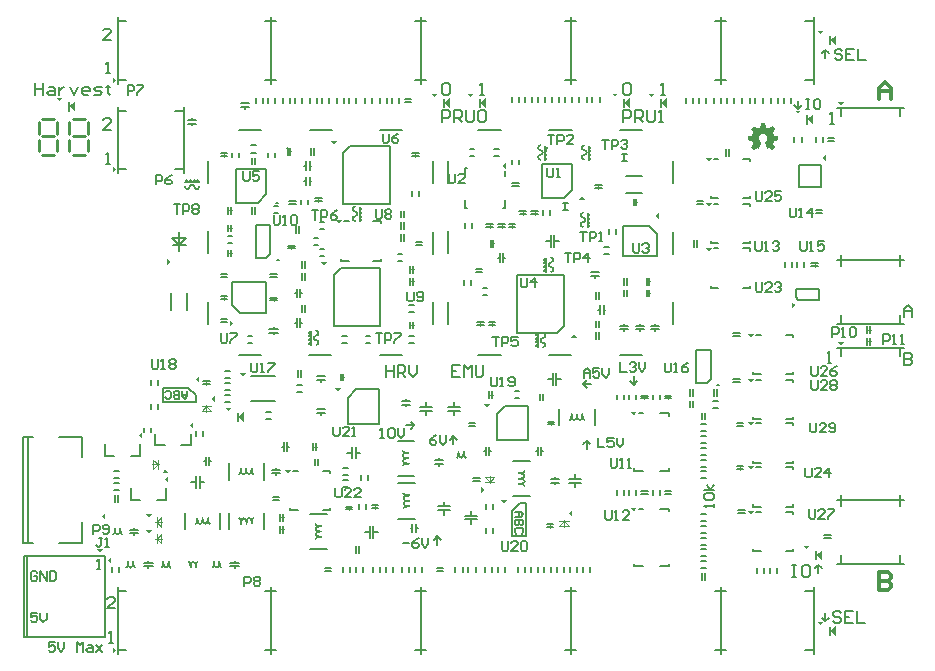
<source format=gbr>
%TF.GenerationSoftware,Altium Limited,Altium Designer,21.2.2 (38)*%
G04 Layer_Color=65535*
%FSLAX45Y45*%
%MOMM*%
%TF.SameCoordinates,D1C1B47B-FFDC-44FD-B647-F1046EBF8E97*%
%TF.FilePolarity,Positive*%
%TF.FileFunction,Legend,Top*%
%TF.Part,Single*%
G01*
G75*
%TA.AperFunction,NonConductor*%
%ADD82C,0.15000*%
%ADD96C,0.20000*%
%ADD97C,0.25000*%
%ADD118C,0.10000*%
%ADD119C,0.30000*%
G36*
X3745000Y2260000D02*
X3720000Y2290000D01*
X3770000D01*
X3745000Y2260000D01*
D02*
G37*
G36*
X2700000Y2170000D02*
X2670000Y2195000D01*
X2700000Y2220000D01*
Y2170000D01*
D02*
G37*
G36*
X5005000Y2120000D02*
X4980000Y2150000D01*
X5030000D01*
X5005000Y2120000D01*
D02*
G37*
G36*
X2820000Y2090000D02*
X2800000Y2115000D01*
X2840000D01*
X2820000Y2090000D01*
D02*
G37*
G36*
X2950000Y2000000D02*
X2900000Y2040000D01*
X2950000Y2080000D01*
Y2000000D01*
D02*
G37*
G36*
X2520000Y1950000D02*
X2490000Y1975000D01*
X2520000Y2000000D01*
Y1950000D01*
D02*
G37*
G36*
X2090000Y1860000D02*
X2060000Y1885000D01*
X2090000Y1910000D01*
Y1860000D01*
D02*
G37*
G36*
X2310000Y1570000D02*
X2260000D01*
X2285000Y1600000D01*
X2310000Y1570000D01*
D02*
G37*
G36*
X3325000Y1565000D02*
X3300000Y1595000D01*
X3350000D01*
X3325000Y1565000D01*
D02*
G37*
G36*
X2310000Y1490000D02*
X2280000Y1515000D01*
X2310000Y1540000D01*
Y1490000D01*
D02*
G37*
G36*
X4990000Y1425000D02*
X4960000Y1400000D01*
Y1450000D01*
X4990000Y1425000D01*
D02*
G37*
G36*
X2145000Y1190000D02*
X2120000Y1220000D01*
X2170000D01*
X2145000Y1190000D01*
D02*
G37*
G36*
X1775000Y1175000D02*
X1745000Y1200000D01*
X1775000Y1225000D01*
Y1175000D01*
D02*
G37*
G36*
X2145000Y1050000D02*
X2120000Y1080000D01*
X2170000D01*
X2145000Y1050000D01*
D02*
G37*
G36*
X1730000Y890000D02*
X1705000Y920000D01*
X1755000D01*
X1730000Y890000D01*
D02*
G37*
G36*
X1825000Y805000D02*
X1795000Y830000D01*
X1825000Y855000D01*
Y805000D01*
D02*
G37*
G36*
X1867000Y70500D02*
X1837000Y45500D01*
Y95500D01*
X1867000Y70500D01*
D02*
G37*
G36*
Y4896500D02*
X1837000Y4871500D01*
Y4921500D01*
X1867000Y4896500D01*
D02*
G37*
G36*
X4870000Y4750000D02*
X4850000Y4775000D01*
X4890000D01*
X4870000Y4750000D01*
D02*
G37*
G36*
X4560000D02*
X4540000Y4775000D01*
X4580000D01*
X4560000Y4750000D01*
D02*
G37*
G36*
X1390000Y4720000D02*
X1370000Y4745000D01*
X1410000D01*
X1390000Y4720000D01*
D02*
G37*
G36*
X5000000Y4660000D02*
X4950000Y4700000D01*
X5000000Y4740000D01*
Y4660000D01*
D02*
G37*
G36*
X4690000D02*
X4640000Y4700000D01*
X4690000Y4740000D01*
Y4660000D01*
D02*
G37*
G36*
X1520000Y4630000D02*
X1470000Y4670000D01*
X1520000Y4710000D01*
Y4630000D01*
D02*
G37*
G36*
X3710000Y4350000D02*
X3685000Y4380000D01*
X3735000D01*
X3710000Y4350000D01*
D02*
G37*
G36*
X1867000Y4138400D02*
X1837000Y4113400D01*
Y4163400D01*
X1867000Y4138400D01*
D02*
G37*
G36*
X3250000Y3840000D02*
X3200000D01*
X3225000Y3870000D01*
X3250000Y3840000D01*
D02*
G37*
G36*
X3755000Y3675000D02*
X3730000Y3705000D01*
X3780000D01*
X3755000Y3675000D01*
D02*
G37*
G36*
X3260000Y3360000D02*
X3210000D01*
X3235000Y3390000D01*
X3260000Y3360000D01*
D02*
G37*
G36*
X2330000Y3350000D02*
X2300000Y3325000D01*
Y3375000D01*
X2330000Y3350000D01*
D02*
G37*
G36*
X3630000Y3320000D02*
X3605000Y3350000D01*
X3655000D01*
X3630000Y3320000D01*
D02*
G37*
G36*
X2860000Y2835000D02*
X2830000Y2810000D01*
Y2860000D01*
X2860000Y2835000D01*
D02*
G37*
G36*
X2939999Y2380000D02*
X2915000Y2410000D01*
X2964999D01*
X2939999Y2380000D01*
D02*
G37*
G36*
X2570000Y2335000D02*
X2540000Y2360000D01*
X2570000Y2385000D01*
Y2335000D01*
D02*
G37*
G36*
X7619551Y2984734D02*
X7589551Y2959734D01*
Y3009734D01*
X7619551Y2984734D01*
D02*
G37*
G36*
X7245000Y2715000D02*
X7220000Y2745000D01*
X7270000D01*
X7245000Y2715000D01*
D02*
G37*
G36*
X5765000Y2710000D02*
X5715000D01*
X5740000Y2740000D01*
X5765000Y2710000D01*
D02*
G37*
G36*
X8008000Y2641800D02*
X7983000Y2671800D01*
X8033000D01*
X8008000Y2641800D01*
D02*
G37*
G36*
X7245000Y2335000D02*
X7220000Y2365000D01*
X7270000D01*
X7245000Y2335000D01*
D02*
G37*
G36*
X6990000Y2300000D02*
X6940000D01*
X6965000Y2330000D01*
X6990000Y2300000D01*
D02*
G37*
G36*
X6247500Y2050000D02*
X6222500Y2080000D01*
X6272500D01*
X6247500Y2050000D01*
D02*
G37*
G36*
X7245000Y1965000D02*
X7220000Y1995000D01*
X7270000D01*
X7245000Y1965000D01*
D02*
G37*
G36*
Y1595000D02*
X7220000Y1625000D01*
X7270000D01*
X7245000Y1595000D01*
D02*
G37*
G36*
X5150000Y1310000D02*
X5125000Y1340000D01*
X5175000D01*
X5150000Y1310000D01*
D02*
G37*
G36*
X6247500Y1240000D02*
X6222500Y1270000D01*
X6272500D01*
X6247500Y1240000D01*
D02*
G37*
G36*
X7245000Y1215000D02*
X7220000Y1245000D01*
X7270000D01*
X7245000Y1215000D01*
D02*
G37*
G36*
X5730000Y1200000D02*
X5700000Y1225000D01*
X5730000Y1250000D01*
Y1200000D01*
D02*
G37*
G36*
X7710000Y920000D02*
X7690000Y945000D01*
X7730000D01*
X7710000Y920000D01*
D02*
G37*
G36*
X7840000Y830000D02*
X7790000Y870000D01*
X7840000Y910000D01*
Y830000D01*
D02*
G37*
G36*
X7830000Y280000D02*
X7810000Y305000D01*
X7850000D01*
X7830000Y280000D01*
D02*
G37*
G36*
X7960000Y190000D02*
X7910000Y230000D01*
X7960000Y270000D01*
Y190000D01*
D02*
G37*
G36*
X7830000Y5280000D02*
X7810000Y5305000D01*
X7850000D01*
X7830000Y5280000D01*
D02*
G37*
G36*
X7960000Y5190000D02*
X7910000Y5230000D01*
X7960000Y5270000D01*
Y5190000D01*
D02*
G37*
G36*
X6400000Y4750000D02*
X6380000Y4775000D01*
X6420000D01*
X6400000Y4750000D01*
D02*
G37*
G36*
X6090000D02*
X6070000Y4775000D01*
X6110000D01*
X6090000Y4750000D01*
D02*
G37*
G36*
X8008000Y4673800D02*
X7983000Y4703800D01*
X8033000D01*
X8008000Y4673800D01*
D02*
G37*
G36*
X6530000Y4660000D02*
X6480000Y4700000D01*
X6530000Y4740000D01*
Y4660000D01*
D02*
G37*
G36*
X6220000D02*
X6170000Y4700000D01*
X6220000Y4740000D01*
Y4660000D01*
D02*
G37*
G36*
X7640000Y4610000D02*
X7620000Y4635000D01*
X7660000D01*
X7640000Y4610000D01*
D02*
G37*
G36*
X7770000Y4520000D02*
X7720000Y4560000D01*
X7770000Y4600000D01*
Y4520000D01*
D02*
G37*
G36*
X7361572Y4527071D02*
X7362429D01*
Y4526643D01*
Y4526214D01*
Y4525786D01*
X7362857D01*
Y4525357D01*
Y4524928D01*
Y4524500D01*
Y4524071D01*
Y4523643D01*
X7363286D01*
Y4523214D01*
Y4522786D01*
Y4522357D01*
Y4521928D01*
Y4521500D01*
Y4521071D01*
X7363714D01*
Y4520643D01*
Y4520214D01*
Y4519786D01*
Y4519357D01*
Y4518928D01*
X7364143D01*
Y4518500D01*
Y4518071D01*
Y4517643D01*
Y4517214D01*
Y4516786D01*
X7364572D01*
Y4516357D01*
Y4515928D01*
Y4515500D01*
Y4515071D01*
Y4514643D01*
Y4514214D01*
X7365000D01*
Y4513786D01*
Y4513357D01*
Y4512928D01*
Y4512500D01*
Y4512071D01*
X7365429D01*
Y4511643D01*
Y4511214D01*
Y4510786D01*
Y4510357D01*
Y4509928D01*
X7365857D01*
Y4509500D01*
Y4509071D01*
Y4508643D01*
Y4508214D01*
Y4507786D01*
Y4507357D01*
X7366286D01*
Y4506929D01*
Y4506500D01*
Y4506071D01*
Y4505643D01*
Y4505214D01*
X7366714D01*
Y4504786D01*
Y4504357D01*
Y4503929D01*
Y4503500D01*
Y4503071D01*
Y4502643D01*
X7367143D01*
Y4502214D01*
Y4501786D01*
Y4501357D01*
Y4500929D01*
Y4500500D01*
X7367571D01*
Y4500071D01*
Y4499643D01*
Y4499214D01*
Y4498786D01*
Y4498357D01*
X7368000D01*
Y4497929D01*
Y4497500D01*
Y4497071D01*
Y4496643D01*
Y4496214D01*
Y4495786D01*
X7368428D01*
Y4495357D01*
Y4494929D01*
Y4494500D01*
Y4494071D01*
Y4493643D01*
X7368857D01*
Y4493214D01*
Y4492786D01*
X7369286D01*
Y4492357D01*
X7370143D01*
Y4491929D01*
X7371000D01*
Y4491500D01*
X7372286D01*
Y4491071D01*
X7373143D01*
Y4490643D01*
X7374428D01*
Y4490214D01*
X7375286D01*
Y4489786D01*
X7376143D01*
Y4489357D01*
X7377428D01*
Y4488929D01*
X7378286D01*
Y4488500D01*
X7379571D01*
Y4488071D01*
X7380428D01*
Y4487643D01*
X7381714D01*
Y4487214D01*
X7382571D01*
Y4486786D01*
X7383857D01*
Y4486357D01*
X7384714D01*
Y4485929D01*
X7385571D01*
Y4485500D01*
X7386857D01*
Y4485071D01*
X7387714D01*
Y4484643D01*
X7389000D01*
Y4484214D01*
X7389857D01*
Y4483786D01*
X7391143D01*
Y4483357D01*
X7392000D01*
Y4482929D01*
X7393286D01*
Y4483357D01*
X7394143D01*
Y4483786D01*
X7394571D01*
Y4484214D01*
X7395428D01*
Y4484643D01*
X7395857D01*
Y4485071D01*
X7396286D01*
Y4485500D01*
X7397143D01*
Y4485929D01*
X7397571D01*
Y4486357D01*
X7398428D01*
Y4486786D01*
X7398857D01*
Y4487214D01*
X7399714D01*
Y4487643D01*
X7400143D01*
Y4488071D01*
X7401000D01*
Y4488500D01*
X7401428D01*
Y4488929D01*
X7402286D01*
Y4489357D01*
X7402714D01*
Y4489786D01*
X7403143D01*
Y4490214D01*
X7404000D01*
Y4490643D01*
X7404428D01*
Y4491071D01*
X7405286D01*
Y4491500D01*
X7405714D01*
Y4491929D01*
X7406571D01*
Y4492357D01*
X7407000D01*
Y4492786D01*
X7407857D01*
Y4493214D01*
X7408286D01*
Y4493643D01*
X7409143D01*
Y4494071D01*
X7409571D01*
Y4494500D01*
X7410000D01*
Y4494929D01*
X7410857D01*
Y4495357D01*
X7411286D01*
Y4495786D01*
X7412143D01*
Y4496214D01*
X7412571D01*
Y4496643D01*
X7413428D01*
Y4497071D01*
X7413857D01*
Y4497500D01*
X7414714D01*
Y4497929D01*
X7415143D01*
Y4498357D01*
X7416000D01*
Y4498786D01*
X7416428D01*
Y4499214D01*
X7417286D01*
Y4499643D01*
X7417714D01*
Y4500071D01*
X7418143D01*
Y4500500D01*
X7419000D01*
Y4500929D01*
X7419428D01*
Y4501357D01*
X7420286D01*
Y4501786D01*
X7420714D01*
Y4502214D01*
X7422857D01*
Y4501786D01*
X7423286D01*
Y4501357D01*
X7423714D01*
Y4500929D01*
X7424143D01*
Y4500500D01*
X7424571D01*
Y4500071D01*
X7425000D01*
Y4499643D01*
X7425429D01*
Y4499214D01*
X7425857D01*
Y4498786D01*
X7426286D01*
Y4498357D01*
X7426714D01*
Y4497929D01*
X7427143D01*
Y4497500D01*
X7427571D01*
Y4497071D01*
X7428000D01*
Y4496643D01*
X7428429D01*
Y4496214D01*
X7428857D01*
Y4495786D01*
X7429286D01*
Y4495357D01*
X7429714D01*
Y4494929D01*
X7430143D01*
Y4494500D01*
X7430571D01*
Y4494071D01*
X7431000D01*
Y4493643D01*
X7431429D01*
Y4493214D01*
X7431857D01*
Y4492786D01*
X7432286D01*
Y4492357D01*
X7432714D01*
Y4491929D01*
X7433143D01*
Y4491500D01*
X7433571D01*
Y4491071D01*
X7434000D01*
Y4490643D01*
X7434429D01*
Y4490214D01*
X7434857D01*
Y4489786D01*
X7435286D01*
Y4489357D01*
X7435714D01*
Y4488929D01*
X7436143D01*
Y4488500D01*
X7436571D01*
Y4488071D01*
X7437000D01*
Y4487643D01*
X7437429D01*
Y4487214D01*
X7437857D01*
Y4486786D01*
X7438286D01*
Y4486357D01*
X7438714D01*
Y4485929D01*
X7439143D01*
Y4485500D01*
X7439571D01*
Y4485071D01*
X7440000D01*
Y4484643D01*
X7440429D01*
Y4484214D01*
X7440857D01*
Y4483786D01*
X7441286D01*
Y4483357D01*
X7441714D01*
Y4482929D01*
X7442143D01*
Y4482500D01*
X7442571D01*
Y4482071D01*
X7443000D01*
Y4481643D01*
X7443429D01*
Y4481214D01*
X7443857D01*
Y4480786D01*
X7444286D01*
Y4480357D01*
X7444714D01*
Y4479929D01*
X7445143D01*
Y4479500D01*
X7445571D01*
Y4479071D01*
X7446000D01*
Y4478643D01*
X7446429D01*
Y4478214D01*
Y4477786D01*
Y4477357D01*
Y4476929D01*
Y4476500D01*
X7446000D01*
Y4476071D01*
X7445571D01*
Y4475643D01*
Y4475214D01*
X7445143D01*
Y4474786D01*
X7444714D01*
Y4474357D01*
Y4473929D01*
X7444286D01*
Y4473500D01*
X7443857D01*
Y4473071D01*
Y4472643D01*
X7443429D01*
Y4472214D01*
X7443000D01*
Y4471786D01*
X7442571D01*
Y4471357D01*
Y4470929D01*
X7442143D01*
Y4470500D01*
X7441714D01*
Y4470071D01*
Y4469643D01*
X7441286D01*
Y4469214D01*
X7440857D01*
Y4468786D01*
Y4468357D01*
X7440429D01*
Y4467929D01*
X7440000D01*
Y4467500D01*
Y4467071D01*
X7439571D01*
Y4466643D01*
X7439143D01*
Y4466214D01*
Y4465786D01*
X7438714D01*
Y4465357D01*
X7438286D01*
Y4464929D01*
X7437857D01*
Y4464500D01*
Y4464071D01*
X7437429D01*
Y4463643D01*
X7437000D01*
Y4463214D01*
Y4462786D01*
X7436571D01*
Y4462357D01*
X7436143D01*
Y4461929D01*
Y4461500D01*
X7435714D01*
Y4461071D01*
X7435286D01*
Y4460643D01*
Y4460214D01*
X7434857D01*
Y4459786D01*
X7434429D01*
Y4459357D01*
Y4458929D01*
X7434000D01*
Y4458500D01*
X7433571D01*
Y4458071D01*
X7433143D01*
Y4457643D01*
Y4457214D01*
X7432714D01*
Y4456786D01*
X7432286D01*
Y4456357D01*
Y4455929D01*
X7431857D01*
Y4455500D01*
X7431429D01*
Y4455071D01*
Y4454643D01*
X7431000D01*
Y4454214D01*
X7430571D01*
Y4453786D01*
Y4453357D01*
X7430143D01*
Y4452929D01*
X7429714D01*
Y4452500D01*
Y4452071D01*
X7429286D01*
Y4451643D01*
X7428857D01*
Y4451214D01*
Y4450786D01*
X7428429D01*
Y4450357D01*
X7428000D01*
Y4449929D01*
Y4449500D01*
X7427571D01*
Y4449071D01*
Y4448643D01*
Y4448214D01*
X7428000D01*
Y4447786D01*
Y4447357D01*
Y4446929D01*
X7428429D01*
Y4446500D01*
Y4446071D01*
X7428857D01*
Y4445643D01*
Y4445214D01*
X7429286D01*
Y4444786D01*
Y4444357D01*
Y4443929D01*
X7429714D01*
Y4443500D01*
Y4443071D01*
X7430143D01*
Y4442643D01*
Y4442214D01*
X7430571D01*
Y4441786D01*
Y4441357D01*
Y4440928D01*
X7431000D01*
Y4440500D01*
Y4440071D01*
X7431429D01*
Y4439643D01*
Y4439214D01*
X7431857D01*
Y4438786D01*
Y4438357D01*
Y4437928D01*
X7432286D01*
Y4437500D01*
Y4437071D01*
X7432714D01*
Y4436643D01*
Y4436214D01*
X7433143D01*
Y4435786D01*
Y4435357D01*
Y4434928D01*
X7433571D01*
Y4434500D01*
Y4434071D01*
X7434000D01*
Y4433643D01*
Y4433214D01*
X7434429D01*
Y4432786D01*
Y4432357D01*
Y4431928D01*
X7434857D01*
Y4431500D01*
Y4431071D01*
X7435286D01*
Y4430643D01*
Y4430214D01*
X7435714D01*
Y4429786D01*
Y4429357D01*
Y4428928D01*
X7436143D01*
Y4428500D01*
Y4428071D01*
X7436571D01*
Y4427643D01*
Y4427214D01*
X7437000D01*
Y4426786D01*
Y4426357D01*
Y4425928D01*
X7437429D01*
Y4425500D01*
Y4425071D01*
X7437857D01*
Y4424643D01*
X7438714D01*
Y4424214D01*
X7440000D01*
Y4423786D01*
X7442571D01*
Y4423357D01*
X7444714D01*
Y4422928D01*
X7446857D01*
Y4422500D01*
X7449429D01*
Y4422071D01*
X7451571D01*
Y4421643D01*
X7454143D01*
Y4421214D01*
X7456286D01*
Y4420786D01*
X7458429D01*
Y4420357D01*
X7461000D01*
Y4419928D01*
X7463143D01*
Y4419500D01*
X7465286D01*
Y4419071D01*
X7467857D01*
Y4418643D01*
X7470000D01*
Y4418214D01*
X7471286D01*
Y4417786D01*
Y4417357D01*
X7471714D01*
Y4416928D01*
Y4416500D01*
Y4416071D01*
Y4415643D01*
Y4415214D01*
Y4414786D01*
Y4414357D01*
Y4413928D01*
Y4413500D01*
Y4413071D01*
Y4412643D01*
Y4412214D01*
Y4411786D01*
Y4411357D01*
Y4410928D01*
Y4410500D01*
Y4410071D01*
Y4409643D01*
Y4409214D01*
Y4408786D01*
Y4408357D01*
Y4407928D01*
Y4407500D01*
Y4407071D01*
Y4406643D01*
Y4406214D01*
Y4405786D01*
Y4405357D01*
Y4404928D01*
Y4404500D01*
Y4404071D01*
Y4403643D01*
Y4403214D01*
Y4402786D01*
Y4402357D01*
Y4401928D01*
Y4401500D01*
Y4401071D01*
Y4400643D01*
Y4400214D01*
Y4399786D01*
Y4399357D01*
Y4398928D01*
Y4398500D01*
Y4398071D01*
Y4397643D01*
Y4397214D01*
Y4396786D01*
Y4396357D01*
Y4395928D01*
Y4395500D01*
Y4395071D01*
Y4394643D01*
Y4394214D01*
Y4393786D01*
Y4393357D01*
Y4392928D01*
Y4392500D01*
Y4392071D01*
Y4391643D01*
Y4391214D01*
Y4390786D01*
Y4390357D01*
Y4389928D01*
Y4389500D01*
Y4389071D01*
Y4388643D01*
Y4388214D01*
Y4387786D01*
Y4387357D01*
Y4386928D01*
Y4386500D01*
Y4386071D01*
Y4385643D01*
Y4385214D01*
Y4384786D01*
Y4384357D01*
Y4383928D01*
Y4383500D01*
X7471286D01*
Y4383071D01*
X7470857D01*
Y4382643D01*
X7469571D01*
Y4382214D01*
X7467429D01*
Y4381786D01*
X7464857D01*
Y4381357D01*
X7462714D01*
Y4380928D01*
X7460143D01*
Y4380500D01*
X7458000D01*
Y4380072D01*
X7455857D01*
Y4379643D01*
X7453286D01*
Y4379214D01*
X7451143D01*
Y4378786D01*
X7449000D01*
Y4378357D01*
X7446429D01*
Y4377929D01*
X7444286D01*
Y4377500D01*
X7441714D01*
Y4377071D01*
X7439571D01*
Y4376643D01*
X7439143D01*
Y4376214D01*
X7438714D01*
Y4375786D01*
X7438286D01*
Y4375357D01*
Y4374929D01*
X7437857D01*
Y4374500D01*
Y4374071D01*
X7437429D01*
Y4373643D01*
Y4373214D01*
Y4372786D01*
X7437000D01*
Y4372357D01*
Y4371929D01*
X7436571D01*
Y4371500D01*
Y4371071D01*
Y4370643D01*
X7436143D01*
Y4370214D01*
Y4369786D01*
X7435714D01*
Y4369357D01*
Y4368929D01*
Y4368500D01*
X7435286D01*
Y4368071D01*
Y4367643D01*
X7434857D01*
Y4367214D01*
Y4366786D01*
Y4366357D01*
X7434429D01*
Y4365929D01*
Y4365500D01*
X7434000D01*
Y4365071D01*
Y4364643D01*
Y4364214D01*
X7433571D01*
Y4363786D01*
Y4363357D01*
X7433143D01*
Y4362929D01*
Y4362500D01*
Y4362071D01*
X7432714D01*
Y4361643D01*
Y4361214D01*
X7432286D01*
Y4360786D01*
Y4360357D01*
Y4359929D01*
X7431857D01*
Y4359500D01*
Y4359071D01*
X7431429D01*
Y4358643D01*
Y4358214D01*
Y4357786D01*
X7431000D01*
Y4357357D01*
Y4356929D01*
X7430571D01*
Y4356500D01*
Y4356071D01*
Y4355643D01*
X7430143D01*
Y4355214D01*
Y4354786D01*
X7429714D01*
Y4354357D01*
Y4353929D01*
Y4353500D01*
X7429286D01*
Y4353071D01*
Y4352643D01*
X7428857D01*
Y4352214D01*
Y4351786D01*
Y4351357D01*
X7428429D01*
Y4350929D01*
Y4350500D01*
Y4350071D01*
X7428857D01*
Y4349643D01*
Y4349214D01*
X7429286D01*
Y4348786D01*
X7429714D01*
Y4348357D01*
Y4347929D01*
X7430143D01*
Y4347500D01*
X7430571D01*
Y4347071D01*
Y4346643D01*
X7431000D01*
Y4346214D01*
X7431429D01*
Y4345786D01*
X7431857D01*
Y4345357D01*
Y4344929D01*
X7432286D01*
Y4344500D01*
X7432714D01*
Y4344071D01*
Y4343643D01*
X7433143D01*
Y4343214D01*
X7433571D01*
Y4342786D01*
Y4342357D01*
X7434000D01*
Y4341929D01*
X7434429D01*
Y4341500D01*
Y4341071D01*
X7434857D01*
Y4340643D01*
X7435286D01*
Y4340214D01*
Y4339786D01*
X7435714D01*
Y4339357D01*
X7436143D01*
Y4338929D01*
X7436571D01*
Y4338500D01*
Y4338071D01*
X7437000D01*
Y4337643D01*
X7437429D01*
Y4337214D01*
Y4336786D01*
X7437857D01*
Y4336357D01*
X7438286D01*
Y4335929D01*
Y4335500D01*
X7438714D01*
Y4335071D01*
X7439143D01*
Y4334643D01*
Y4334214D01*
X7439571D01*
Y4333786D01*
X7440000D01*
Y4333357D01*
Y4332929D01*
X7440429D01*
Y4332500D01*
X7440857D01*
Y4332071D01*
Y4331643D01*
X7441286D01*
Y4331214D01*
X7441714D01*
Y4330786D01*
X7442143D01*
Y4330357D01*
Y4329929D01*
X7442571D01*
Y4329500D01*
X7443000D01*
Y4329071D01*
Y4328643D01*
X7443429D01*
Y4328214D01*
X7443857D01*
Y4327786D01*
Y4327357D01*
X7444286D01*
Y4326929D01*
X7444714D01*
Y4326500D01*
Y4326071D01*
X7445143D01*
Y4325643D01*
X7445571D01*
Y4325214D01*
Y4324786D01*
X7446000D01*
Y4324357D01*
X7446429D01*
Y4323929D01*
Y4323500D01*
Y4323071D01*
Y4322643D01*
Y4322214D01*
X7446000D01*
Y4321786D01*
X7445571D01*
Y4321357D01*
X7445143D01*
Y4320929D01*
X7444714D01*
Y4320500D01*
X7444286D01*
Y4320071D01*
X7443857D01*
Y4319643D01*
X7443429D01*
Y4319214D01*
X7443000D01*
Y4318786D01*
X7442571D01*
Y4318357D01*
X7442143D01*
Y4317929D01*
X7441714D01*
Y4317500D01*
X7441286D01*
Y4317071D01*
X7440857D01*
Y4316643D01*
X7440429D01*
Y4316214D01*
X7440000D01*
Y4315786D01*
X7439571D01*
Y4315357D01*
X7439143D01*
Y4314929D01*
X7438714D01*
Y4314500D01*
X7438286D01*
Y4314071D01*
X7437857D01*
Y4313643D01*
X7437429D01*
Y4313214D01*
X7437000D01*
Y4312786D01*
X7436571D01*
Y4312357D01*
X7436143D01*
Y4311929D01*
X7435714D01*
Y4311500D01*
X7435286D01*
Y4311071D01*
X7434857D01*
Y4310643D01*
X7434429D01*
Y4310214D01*
X7434000D01*
Y4309786D01*
X7433571D01*
Y4309357D01*
X7433143D01*
Y4308929D01*
X7432714D01*
Y4308500D01*
X7432286D01*
Y4308071D01*
X7431857D01*
Y4307643D01*
X7431429D01*
Y4307214D01*
X7431000D01*
Y4306786D01*
X7430571D01*
Y4306357D01*
X7430143D01*
Y4305929D01*
X7429714D01*
Y4305500D01*
X7429286D01*
Y4305071D01*
X7428857D01*
Y4304643D01*
X7428429D01*
Y4304214D01*
X7428000D01*
Y4303786D01*
X7427571D01*
Y4303357D01*
X7427143D01*
Y4302929D01*
X7426714D01*
Y4302500D01*
X7426286D01*
Y4302071D01*
X7425857D01*
Y4301643D01*
X7425429D01*
Y4301214D01*
X7425000D01*
Y4300786D01*
X7424571D01*
Y4300357D01*
X7424143D01*
Y4299929D01*
X7423714D01*
Y4299500D01*
X7423286D01*
Y4299071D01*
X7422429D01*
Y4298643D01*
X7421143D01*
Y4299071D01*
X7420286D01*
Y4299500D01*
X7419857D01*
Y4299929D01*
X7419000D01*
Y4300357D01*
X7418571D01*
Y4300786D01*
X7417714D01*
Y4301214D01*
X7417286D01*
Y4301643D01*
X7416428D01*
Y4302071D01*
X7416000D01*
Y4302500D01*
X7415143D01*
Y4302929D01*
X7414714D01*
Y4303357D01*
X7414286D01*
Y4303786D01*
X7413428D01*
Y4304214D01*
X7413000D01*
Y4304643D01*
X7412143D01*
Y4305071D01*
X7411714D01*
Y4305500D01*
X7410857D01*
Y4305929D01*
X7410428D01*
Y4306357D01*
X7409571D01*
Y4306786D01*
X7409143D01*
Y4307214D01*
X7408286D01*
Y4307643D01*
X7407857D01*
Y4308071D01*
X7407428D01*
Y4308500D01*
X7406571D01*
Y4308929D01*
X7406143D01*
Y4309357D01*
X7405286D01*
Y4309786D01*
X7404857D01*
Y4310214D01*
X7404000D01*
Y4310643D01*
X7403571D01*
Y4311071D01*
X7402714D01*
Y4311500D01*
X7402286D01*
Y4311929D01*
X7401428D01*
Y4312357D01*
X7401000D01*
Y4312786D01*
X7400571D01*
Y4313214D01*
X7399714D01*
Y4313643D01*
X7399286D01*
Y4314071D01*
X7398428D01*
Y4314500D01*
X7398000D01*
Y4314929D01*
X7397143D01*
Y4315357D01*
X7396714D01*
Y4315786D01*
X7395857D01*
Y4316214D01*
X7393714D01*
Y4315786D01*
X7392857D01*
Y4315357D01*
X7392428D01*
Y4314929D01*
X7391571D01*
Y4314500D01*
X7390714D01*
Y4314071D01*
X7389857D01*
Y4313643D01*
X7389000D01*
Y4313214D01*
X7388143D01*
Y4312786D01*
X7387286D01*
Y4312357D01*
X7386428D01*
Y4311929D01*
X7386000D01*
Y4311500D01*
X7385143D01*
Y4311071D01*
X7384286D01*
Y4310643D01*
X7383428D01*
Y4310214D01*
X7381286D01*
Y4310643D01*
X7380857D01*
Y4311071D01*
Y4311500D01*
X7380428D01*
Y4311929D01*
Y4312357D01*
Y4312786D01*
X7380000D01*
Y4313214D01*
Y4313643D01*
X7379571D01*
Y4314071D01*
Y4314500D01*
X7379143D01*
Y4314929D01*
Y4315357D01*
Y4315786D01*
X7378714D01*
Y4316214D01*
Y4316643D01*
X7378286D01*
Y4317071D01*
Y4317500D01*
Y4317929D01*
X7377857D01*
Y4318357D01*
Y4318786D01*
X7377428D01*
Y4319214D01*
Y4319643D01*
Y4320071D01*
X7377000D01*
Y4320500D01*
Y4320929D01*
X7376571D01*
Y4321357D01*
Y4321786D01*
X7376143D01*
Y4322214D01*
Y4322643D01*
Y4323071D01*
X7375714D01*
Y4323500D01*
Y4323929D01*
X7375286D01*
Y4324357D01*
Y4324786D01*
Y4325214D01*
X7374857D01*
Y4325643D01*
Y4326071D01*
X7374428D01*
Y4326500D01*
Y4326929D01*
X7374000D01*
Y4327357D01*
Y4327786D01*
Y4328214D01*
X7373571D01*
Y4328643D01*
Y4329071D01*
X7373143D01*
Y4329500D01*
Y4329929D01*
Y4330357D01*
X7372714D01*
Y4330786D01*
Y4331214D01*
X7372286D01*
Y4331643D01*
Y4332071D01*
Y4332500D01*
X7371857D01*
Y4332929D01*
Y4333357D01*
X7371428D01*
Y4333786D01*
Y4334214D01*
X7371000D01*
Y4334643D01*
Y4335071D01*
Y4335500D01*
X7370571D01*
Y4335929D01*
Y4336357D01*
X7370143D01*
Y4336786D01*
Y4337214D01*
Y4337643D01*
X7369714D01*
Y4338071D01*
Y4338500D01*
X7369286D01*
Y4338929D01*
Y4339357D01*
X7368857D01*
Y4339786D01*
Y4340214D01*
Y4340643D01*
X7368428D01*
Y4341071D01*
Y4341500D01*
X7368000D01*
Y4341929D01*
Y4342357D01*
Y4342786D01*
X7367571D01*
Y4343214D01*
Y4343643D01*
X7367143D01*
Y4344071D01*
Y4344500D01*
Y4344929D01*
X7366714D01*
Y4345357D01*
Y4345786D01*
X7366286D01*
Y4346214D01*
Y4346643D01*
X7365857D01*
Y4347071D01*
Y4347500D01*
Y4347929D01*
X7365429D01*
Y4348357D01*
Y4348786D01*
X7365000D01*
Y4349214D01*
Y4349643D01*
Y4350071D01*
X7364572D01*
Y4350500D01*
Y4350929D01*
X7364143D01*
Y4351357D01*
Y4351786D01*
X7363714D01*
Y4352214D01*
Y4352643D01*
Y4353071D01*
X7363286D01*
Y4353500D01*
Y4353929D01*
X7362857D01*
Y4354357D01*
Y4354786D01*
Y4355214D01*
X7362429D01*
Y4355643D01*
Y4356071D01*
X7362000D01*
Y4356500D01*
Y4356929D01*
Y4357357D01*
X7361572D01*
Y4357786D01*
Y4358214D01*
X7361143D01*
Y4358643D01*
Y4359071D01*
X7360714D01*
Y4359500D01*
Y4359929D01*
Y4360357D01*
X7360286D01*
Y4360786D01*
Y4361214D01*
X7359857D01*
Y4361643D01*
Y4362071D01*
Y4362500D01*
X7359429D01*
Y4362929D01*
Y4363357D01*
X7359000D01*
Y4363786D01*
Y4364214D01*
X7358572D01*
Y4364643D01*
Y4365071D01*
Y4365500D01*
X7358143D01*
Y4365929D01*
Y4366357D01*
X7358572D01*
Y4366786D01*
Y4367214D01*
X7359000D01*
Y4367643D01*
X7359429D01*
Y4368071D01*
X7360286D01*
Y4368500D01*
X7360714D01*
Y4368929D01*
X7361572D01*
Y4369357D01*
X7362000D01*
Y4369786D01*
X7362857D01*
Y4370214D01*
X7363286D01*
Y4370643D01*
X7363714D01*
Y4371071D01*
X7364572D01*
Y4371500D01*
X7365000D01*
Y4371929D01*
X7365857D01*
Y4372357D01*
X7366286D01*
Y4372786D01*
X7366714D01*
Y4373214D01*
X7367143D01*
Y4373643D01*
X7368000D01*
Y4374071D01*
X7368428D01*
Y4374500D01*
X7368857D01*
Y4374929D01*
X7369286D01*
Y4375357D01*
X7369714D01*
Y4375786D01*
X7370143D01*
Y4376214D01*
X7370571D01*
Y4376643D01*
X7371000D01*
Y4377071D01*
X7371428D01*
Y4377500D01*
Y4377929D01*
X7371857D01*
Y4378357D01*
X7372286D01*
Y4378786D01*
X7372714D01*
Y4379214D01*
X7373143D01*
Y4379643D01*
Y4380072D01*
X7373571D01*
Y4380500D01*
X7374000D01*
Y4380928D01*
Y4381357D01*
X7374428D01*
Y4381786D01*
X7374857D01*
Y4382214D01*
Y4382643D01*
X7375286D01*
Y4383071D01*
Y4383500D01*
X7375714D01*
Y4383928D01*
Y4384357D01*
X7376143D01*
Y4384786D01*
Y4385214D01*
X7376571D01*
Y4385643D01*
Y4386071D01*
X7377000D01*
Y4386500D01*
Y4386928D01*
X7377428D01*
Y4387357D01*
Y4387786D01*
X7377857D01*
Y4388214D01*
Y4388643D01*
Y4389071D01*
X7378286D01*
Y4389500D01*
Y4389928D01*
Y4390357D01*
X7378714D01*
Y4390786D01*
Y4391214D01*
Y4391643D01*
Y4392071D01*
X7379143D01*
Y4392500D01*
Y4392928D01*
Y4393357D01*
Y4393786D01*
Y4394214D01*
X7379571D01*
Y4394643D01*
Y4395071D01*
Y4395500D01*
Y4395928D01*
Y4396357D01*
Y4396786D01*
Y4397214D01*
X7380000D01*
Y4397643D01*
Y4398071D01*
Y4398500D01*
Y4398928D01*
Y4399357D01*
Y4399786D01*
Y4400214D01*
Y4400643D01*
Y4401071D01*
Y4401500D01*
Y4401928D01*
Y4402357D01*
Y4402786D01*
Y4403214D01*
X7379571D01*
Y4403643D01*
Y4404071D01*
Y4404500D01*
Y4404928D01*
Y4405357D01*
Y4405786D01*
Y4406214D01*
X7379143D01*
Y4406643D01*
Y4407071D01*
Y4407500D01*
Y4407928D01*
Y4408357D01*
X7378714D01*
Y4408786D01*
Y4409214D01*
Y4409643D01*
Y4410071D01*
X7378286D01*
Y4410500D01*
Y4410928D01*
Y4411357D01*
X7377857D01*
Y4411786D01*
Y4412214D01*
Y4412643D01*
X7377428D01*
Y4413071D01*
Y4413500D01*
X7377000D01*
Y4413928D01*
Y4414357D01*
Y4414786D01*
X7376571D01*
Y4415214D01*
Y4415643D01*
X7376143D01*
Y4416071D01*
Y4416500D01*
X7375714D01*
Y4416928D01*
Y4417357D01*
X7375286D01*
Y4417786D01*
X7374857D01*
Y4418214D01*
Y4418643D01*
X7374428D01*
Y4419071D01*
Y4419500D01*
X7374000D01*
Y4419928D01*
X7373571D01*
Y4420357D01*
Y4420786D01*
X7373143D01*
Y4421214D01*
X7372714D01*
Y4421643D01*
X7372286D01*
Y4422071D01*
Y4422500D01*
X7371857D01*
Y4422928D01*
X7371428D01*
Y4423357D01*
X7371000D01*
Y4423786D01*
X7370571D01*
Y4424214D01*
X7370143D01*
Y4424643D01*
X7369714D01*
Y4425071D01*
X7369286D01*
Y4425500D01*
X7368857D01*
Y4425928D01*
X7368428D01*
Y4426357D01*
X7368000D01*
Y4426786D01*
X7367571D01*
Y4427214D01*
X7367143D01*
Y4427643D01*
X7366714D01*
Y4428071D01*
X7365857D01*
Y4428500D01*
X7365429D01*
Y4428928D01*
X7364572D01*
Y4429357D01*
X7364143D01*
Y4429786D01*
X7363286D01*
Y4430214D01*
X7362857D01*
Y4430643D01*
X7362000D01*
Y4431071D01*
X7361143D01*
Y4431500D01*
X7360286D01*
Y4431928D01*
X7359429D01*
Y4432357D01*
X7358572D01*
Y4432786D01*
X7357714D01*
Y4433214D01*
X7356429D01*
Y4433643D01*
X7355143D01*
Y4434071D01*
X7353857D01*
Y4434500D01*
X7352143D01*
Y4434928D01*
X7349571D01*
Y4435357D01*
X7339714D01*
Y4434928D01*
X7337143D01*
Y4434500D01*
X7335429D01*
Y4434071D01*
X7334143D01*
Y4433643D01*
X7332857D01*
Y4433214D01*
X7331571D01*
Y4432786D01*
X7330714D01*
Y4432357D01*
X7329857D01*
Y4431928D01*
X7329000D01*
Y4431500D01*
X7328143D01*
Y4431071D01*
X7327286D01*
Y4430643D01*
X7326429D01*
Y4430214D01*
X7326000D01*
Y4429786D01*
X7325143D01*
Y4429357D01*
X7324714D01*
Y4428928D01*
X7323857D01*
Y4428500D01*
X7323429D01*
Y4428071D01*
X7323000D01*
Y4427643D01*
X7322571D01*
Y4427214D01*
X7321714D01*
Y4426786D01*
X7321286D01*
Y4426357D01*
X7320857D01*
Y4425928D01*
X7320429D01*
Y4425500D01*
X7320000D01*
Y4425071D01*
X7319571D01*
Y4424643D01*
X7319143D01*
Y4424214D01*
X7318714D01*
Y4423786D01*
X7318286D01*
Y4423357D01*
X7317857D01*
Y4422928D01*
X7317429D01*
Y4422500D01*
Y4422071D01*
X7317000D01*
Y4421643D01*
X7316571D01*
Y4421214D01*
X7316143D01*
Y4420786D01*
Y4420357D01*
X7315714D01*
Y4419928D01*
X7315286D01*
Y4419500D01*
Y4419071D01*
X7314857D01*
Y4418643D01*
X7314429D01*
Y4418214D01*
Y4417786D01*
X7314000D01*
Y4417357D01*
Y4416928D01*
X7313571D01*
Y4416500D01*
Y4416071D01*
X7313143D01*
Y4415643D01*
Y4415214D01*
X7312714D01*
Y4414786D01*
Y4414357D01*
X7312286D01*
Y4413928D01*
Y4413500D01*
X7311857D01*
Y4413071D01*
Y4412643D01*
Y4412214D01*
X7311429D01*
Y4411786D01*
Y4411357D01*
Y4410928D01*
X7311000D01*
Y4410500D01*
Y4410071D01*
Y4409643D01*
X7310571D01*
Y4409214D01*
Y4408786D01*
Y4408357D01*
Y4407928D01*
X7310143D01*
Y4407500D01*
Y4407071D01*
Y4406643D01*
Y4406214D01*
Y4405786D01*
X7309714D01*
Y4405357D01*
Y4404928D01*
Y4404500D01*
Y4404071D01*
Y4403643D01*
Y4403214D01*
Y4402786D01*
Y4402357D01*
Y4401928D01*
Y4401500D01*
X7309286D01*
Y4401071D01*
Y4400643D01*
Y4400214D01*
Y4399786D01*
Y4399357D01*
Y4398928D01*
X7309714D01*
Y4398500D01*
Y4398071D01*
Y4397643D01*
Y4397214D01*
Y4396786D01*
Y4396357D01*
Y4395928D01*
Y4395500D01*
Y4395071D01*
Y4394643D01*
X7310143D01*
Y4394214D01*
Y4393786D01*
Y4393357D01*
Y4392928D01*
Y4392500D01*
X7310571D01*
Y4392071D01*
Y4391643D01*
Y4391214D01*
Y4390786D01*
X7311000D01*
Y4390357D01*
Y4389928D01*
Y4389500D01*
X7311429D01*
Y4389071D01*
Y4388643D01*
Y4388214D01*
X7311857D01*
Y4387786D01*
Y4387357D01*
X7312286D01*
Y4386928D01*
Y4386500D01*
Y4386071D01*
X7312714D01*
Y4385643D01*
Y4385214D01*
X7313143D01*
Y4384786D01*
Y4384357D01*
X7313571D01*
Y4383928D01*
Y4383500D01*
X7314000D01*
Y4383071D01*
Y4382643D01*
X7314429D01*
Y4382214D01*
X7314857D01*
Y4381786D01*
Y4381357D01*
X7315286D01*
Y4380928D01*
X7315714D01*
Y4380500D01*
Y4380072D01*
X7316143D01*
Y4379643D01*
X7316571D01*
Y4379214D01*
Y4378786D01*
X7317000D01*
Y4378357D01*
X7317429D01*
Y4377929D01*
X7317857D01*
Y4377500D01*
X7318286D01*
Y4377071D01*
X7318714D01*
Y4376643D01*
Y4376214D01*
X7319143D01*
Y4375786D01*
X7319571D01*
Y4375357D01*
X7320000D01*
Y4374929D01*
X7320429D01*
Y4374500D01*
X7321286D01*
Y4374071D01*
X7321714D01*
Y4373643D01*
X7322143D01*
Y4373214D01*
X7322571D01*
Y4372786D01*
X7323000D01*
Y4372357D01*
X7323857D01*
Y4371929D01*
X7324286D01*
Y4371500D01*
X7324714D01*
Y4371071D01*
X7325571D01*
Y4370643D01*
X7326000D01*
Y4370214D01*
X7326429D01*
Y4369786D01*
X7327286D01*
Y4369357D01*
X7327714D01*
Y4368929D01*
X7328571D01*
Y4368500D01*
X7329429D01*
Y4368071D01*
X7329857D01*
Y4367643D01*
X7330714D01*
Y4367214D01*
Y4366786D01*
X7331143D01*
Y4366357D01*
Y4365929D01*
Y4365500D01*
Y4365071D01*
X7330714D01*
Y4364643D01*
Y4364214D01*
X7330286D01*
Y4363786D01*
Y4363357D01*
Y4362929D01*
X7329857D01*
Y4362500D01*
Y4362071D01*
X7329429D01*
Y4361643D01*
Y4361214D01*
X7329000D01*
Y4360786D01*
Y4360357D01*
Y4359929D01*
X7328571D01*
Y4359500D01*
Y4359071D01*
X7328143D01*
Y4358643D01*
Y4358214D01*
Y4357786D01*
X7327714D01*
Y4357357D01*
Y4356929D01*
X7327286D01*
Y4356500D01*
Y4356071D01*
X7326857D01*
Y4355643D01*
Y4355214D01*
Y4354786D01*
X7326429D01*
Y4354357D01*
Y4353929D01*
X7326000D01*
Y4353500D01*
Y4353071D01*
Y4352643D01*
X7325571D01*
Y4352214D01*
Y4351786D01*
X7325143D01*
Y4351357D01*
Y4350929D01*
Y4350500D01*
X7324714D01*
Y4350071D01*
Y4349643D01*
X7324286D01*
Y4349214D01*
Y4348786D01*
X7323857D01*
Y4348357D01*
Y4347929D01*
Y4347500D01*
X7323429D01*
Y4347071D01*
Y4346643D01*
X7323000D01*
Y4346214D01*
Y4345786D01*
Y4345357D01*
X7322571D01*
Y4344929D01*
Y4344500D01*
X7322143D01*
Y4344071D01*
Y4343643D01*
X7321714D01*
Y4343214D01*
Y4342786D01*
Y4342357D01*
X7321286D01*
Y4341929D01*
Y4341500D01*
X7320857D01*
Y4341071D01*
Y4340643D01*
Y4340214D01*
X7320429D01*
Y4339786D01*
Y4339357D01*
X7320000D01*
Y4338929D01*
Y4338500D01*
Y4338071D01*
X7319571D01*
Y4337643D01*
Y4337214D01*
X7319143D01*
Y4336786D01*
Y4336357D01*
X7318714D01*
Y4335929D01*
Y4335500D01*
Y4335071D01*
X7318286D01*
Y4334643D01*
Y4334214D01*
X7317857D01*
Y4333786D01*
Y4333357D01*
Y4332929D01*
X7317429D01*
Y4332500D01*
Y4332071D01*
X7317000D01*
Y4331643D01*
Y4331214D01*
X7316571D01*
Y4330786D01*
Y4330357D01*
Y4329929D01*
X7316143D01*
Y4329500D01*
Y4329071D01*
X7315714D01*
Y4328643D01*
Y4328214D01*
Y4327786D01*
X7315286D01*
Y4327357D01*
Y4326929D01*
X7314857D01*
Y4326500D01*
Y4326071D01*
Y4325643D01*
X7314429D01*
Y4325214D01*
Y4324786D01*
X7314000D01*
Y4324357D01*
Y4323929D01*
X7313571D01*
Y4323500D01*
Y4323071D01*
Y4322643D01*
X7313143D01*
Y4322214D01*
Y4321786D01*
X7312714D01*
Y4321357D01*
Y4320929D01*
Y4320500D01*
X7312286D01*
Y4320071D01*
Y4319643D01*
X7311857D01*
Y4319214D01*
Y4318786D01*
X7311429D01*
Y4318357D01*
Y4317929D01*
Y4317500D01*
X7311000D01*
Y4317071D01*
Y4316643D01*
X7310571D01*
Y4316214D01*
Y4315786D01*
Y4315357D01*
X7310143D01*
Y4314929D01*
Y4314500D01*
X7309714D01*
Y4314071D01*
Y4313643D01*
Y4313214D01*
X7309286D01*
Y4312786D01*
Y4312357D01*
X7308857D01*
Y4311929D01*
Y4311500D01*
X7308429D01*
Y4311071D01*
Y4310643D01*
X7308000D01*
Y4310214D01*
X7305857D01*
Y4310643D01*
X7305000D01*
Y4311071D01*
X7304571D01*
Y4311500D01*
X7303714D01*
Y4311929D01*
X7302857D01*
Y4312357D01*
X7302000D01*
Y4312786D01*
X7301143D01*
Y4313214D01*
X7300286D01*
Y4313643D01*
X7299429D01*
Y4314071D01*
X7298571D01*
Y4314500D01*
X7298143D01*
Y4314929D01*
X7297286D01*
Y4315357D01*
X7296429D01*
Y4315786D01*
X7295571D01*
Y4316214D01*
X7293429D01*
Y4315786D01*
X7292571D01*
Y4315357D01*
X7292143D01*
Y4314929D01*
X7291714D01*
Y4314500D01*
X7290857D01*
Y4314071D01*
X7290429D01*
Y4313643D01*
X7289571D01*
Y4313214D01*
X7289143D01*
Y4312786D01*
X7288286D01*
Y4312357D01*
X7287857D01*
Y4311929D01*
X7287000D01*
Y4311500D01*
X7286571D01*
Y4311071D01*
X7285714D01*
Y4310643D01*
X7285286D01*
Y4310214D01*
X7284857D01*
Y4309786D01*
X7284000D01*
Y4309357D01*
X7283571D01*
Y4308929D01*
X7282714D01*
Y4308500D01*
X7282286D01*
Y4308071D01*
X7281429D01*
Y4307643D01*
X7281000D01*
Y4307214D01*
X7280143D01*
Y4306786D01*
X7279714D01*
Y4306357D01*
X7278857D01*
Y4305929D01*
X7278429D01*
Y4305500D01*
X7278000D01*
Y4305071D01*
X7277143D01*
Y4304643D01*
X7276714D01*
Y4304214D01*
X7275857D01*
Y4303786D01*
X7275429D01*
Y4303357D01*
X7274571D01*
Y4302929D01*
X7274143D01*
Y4302500D01*
X7273286D01*
Y4302071D01*
X7272857D01*
Y4301643D01*
X7272000D01*
Y4301214D01*
X7271571D01*
Y4300786D01*
X7270714D01*
Y4300357D01*
X7270286D01*
Y4299929D01*
X7269857D01*
Y4299500D01*
X7269000D01*
Y4299071D01*
X7268143D01*
Y4298643D01*
X7266857D01*
Y4299071D01*
X7266000D01*
Y4299500D01*
X7265571D01*
Y4299929D01*
X7265143D01*
Y4300357D01*
X7264714D01*
Y4300786D01*
X7264286D01*
Y4301214D01*
X7263857D01*
Y4301643D01*
X7263428D01*
Y4302071D01*
X7263000D01*
Y4302500D01*
X7262571D01*
Y4302929D01*
X7262143D01*
Y4303357D01*
X7261714D01*
Y4303786D01*
X7261286D01*
Y4304214D01*
X7260857D01*
Y4304643D01*
X7260428D01*
Y4305071D01*
X7260000D01*
Y4305500D01*
X7259571D01*
Y4305929D01*
X7259143D01*
Y4306357D01*
X7258714D01*
Y4306786D01*
X7258286D01*
Y4307214D01*
X7257857D01*
Y4307643D01*
X7257428D01*
Y4308071D01*
X7257000D01*
Y4308500D01*
X7256571D01*
Y4308929D01*
X7256143D01*
Y4309357D01*
X7255714D01*
Y4309786D01*
X7255286D01*
Y4310214D01*
X7254857D01*
Y4310643D01*
X7254428D01*
Y4311071D01*
X7254000D01*
Y4311500D01*
X7253571D01*
Y4311929D01*
X7253143D01*
Y4312357D01*
X7252714D01*
Y4312786D01*
X7252286D01*
Y4313214D01*
X7251857D01*
Y4313643D01*
X7251428D01*
Y4314071D01*
X7251000D01*
Y4314500D01*
X7250571D01*
Y4314929D01*
X7250143D01*
Y4315357D01*
X7249714D01*
Y4315786D01*
X7249286D01*
Y4316214D01*
X7248857D01*
Y4316643D01*
X7248428D01*
Y4317071D01*
X7248000D01*
Y4317500D01*
X7247571D01*
Y4317929D01*
X7247143D01*
Y4318357D01*
X7246714D01*
Y4318786D01*
X7246286D01*
Y4319214D01*
X7245857D01*
Y4319643D01*
X7245428D01*
Y4320071D01*
X7245000D01*
Y4320500D01*
X7244571D01*
Y4320929D01*
X7244143D01*
Y4321357D01*
X7243714D01*
Y4321786D01*
X7243286D01*
Y4322214D01*
Y4322643D01*
X7242857D01*
Y4323071D01*
Y4323500D01*
Y4323929D01*
X7243286D01*
Y4324357D01*
Y4324786D01*
X7243714D01*
Y4325214D01*
Y4325643D01*
X7244143D01*
Y4326071D01*
X7244571D01*
Y4326500D01*
X7245000D01*
Y4326929D01*
Y4327357D01*
X7245428D01*
Y4327786D01*
X7245857D01*
Y4328214D01*
Y4328643D01*
X7246286D01*
Y4329071D01*
X7246714D01*
Y4329500D01*
Y4329929D01*
X7247143D01*
Y4330357D01*
X7247571D01*
Y4330786D01*
Y4331214D01*
X7248000D01*
Y4331643D01*
X7248428D01*
Y4332071D01*
Y4332500D01*
X7248857D01*
Y4332929D01*
X7249286D01*
Y4333357D01*
X7249714D01*
Y4333786D01*
Y4334214D01*
X7250143D01*
Y4334643D01*
X7250571D01*
Y4335071D01*
Y4335500D01*
X7251000D01*
Y4335929D01*
X7251428D01*
Y4336357D01*
Y4336786D01*
X7251857D01*
Y4337214D01*
X7252286D01*
Y4337643D01*
Y4338071D01*
X7252714D01*
Y4338500D01*
X7253143D01*
Y4338929D01*
Y4339357D01*
X7253571D01*
Y4339786D01*
X7254000D01*
Y4340214D01*
Y4340643D01*
X7254428D01*
Y4341071D01*
X7254857D01*
Y4341500D01*
X7255286D01*
Y4341929D01*
Y4342357D01*
X7255714D01*
Y4342786D01*
X7256143D01*
Y4343214D01*
Y4343643D01*
X7256571D01*
Y4344071D01*
X7257000D01*
Y4344500D01*
Y4344929D01*
X7257428D01*
Y4345357D01*
X7257857D01*
Y4345786D01*
Y4346214D01*
X7258286D01*
Y4346643D01*
X7258714D01*
Y4347071D01*
Y4347500D01*
X7259143D01*
Y4347929D01*
X7259571D01*
Y4348357D01*
X7260000D01*
Y4348786D01*
Y4349214D01*
X7260428D01*
Y4349643D01*
X7260857D01*
Y4350071D01*
Y4350500D01*
Y4350929D01*
Y4351357D01*
Y4351786D01*
X7260428D01*
Y4352214D01*
Y4352643D01*
Y4353071D01*
X7260000D01*
Y4353500D01*
Y4353929D01*
X7259571D01*
Y4354357D01*
Y4354786D01*
Y4355214D01*
X7259143D01*
Y4355643D01*
Y4356071D01*
X7258714D01*
Y4356500D01*
Y4356929D01*
Y4357357D01*
X7258286D01*
Y4357786D01*
Y4358214D01*
X7257857D01*
Y4358643D01*
Y4359071D01*
Y4359500D01*
X7257428D01*
Y4359929D01*
Y4360357D01*
X7257000D01*
Y4360786D01*
Y4361214D01*
Y4361643D01*
X7256571D01*
Y4362071D01*
Y4362500D01*
X7256143D01*
Y4362929D01*
Y4363357D01*
Y4363786D01*
X7255714D01*
Y4364214D01*
Y4364643D01*
X7255286D01*
Y4365071D01*
Y4365500D01*
Y4365929D01*
X7254857D01*
Y4366357D01*
Y4366786D01*
X7254428D01*
Y4367214D01*
Y4367643D01*
Y4368071D01*
X7254000D01*
Y4368500D01*
Y4368929D01*
X7253571D01*
Y4369357D01*
Y4369786D01*
Y4370214D01*
X7253143D01*
Y4370643D01*
Y4371071D01*
X7252714D01*
Y4371500D01*
Y4371929D01*
Y4372357D01*
X7252286D01*
Y4372786D01*
Y4373214D01*
X7251857D01*
Y4373643D01*
Y4374071D01*
Y4374500D01*
X7251428D01*
Y4374929D01*
Y4375357D01*
X7251000D01*
Y4375786D01*
Y4376214D01*
X7250571D01*
Y4376643D01*
X7249714D01*
Y4377071D01*
X7247571D01*
Y4377500D01*
X7245000D01*
Y4377929D01*
X7242857D01*
Y4378357D01*
X7240714D01*
Y4378786D01*
X7238143D01*
Y4379214D01*
X7236000D01*
Y4379643D01*
X7233857D01*
Y4380072D01*
X7231286D01*
Y4380500D01*
X7229143D01*
Y4380928D01*
X7226572D01*
Y4381357D01*
X7224429D01*
Y4381786D01*
X7222286D01*
Y4382214D01*
X7219714D01*
Y4382643D01*
X7218429D01*
Y4383071D01*
X7218000D01*
Y4383500D01*
X7217572D01*
Y4383928D01*
Y4384357D01*
Y4384786D01*
Y4385214D01*
Y4385643D01*
Y4386071D01*
Y4386500D01*
Y4386928D01*
Y4387357D01*
Y4387786D01*
Y4388214D01*
Y4388643D01*
Y4389071D01*
Y4389500D01*
Y4389928D01*
Y4390357D01*
Y4390786D01*
Y4391214D01*
Y4391643D01*
Y4392071D01*
Y4392500D01*
Y4392928D01*
Y4393357D01*
Y4393786D01*
Y4394214D01*
Y4394643D01*
Y4395071D01*
Y4395500D01*
Y4395928D01*
Y4396357D01*
Y4396786D01*
Y4397214D01*
Y4397643D01*
Y4398071D01*
Y4398500D01*
Y4398928D01*
Y4399357D01*
Y4399786D01*
Y4400214D01*
Y4400643D01*
Y4401071D01*
Y4401500D01*
Y4401928D01*
Y4402357D01*
Y4402786D01*
Y4403214D01*
Y4403643D01*
Y4404071D01*
Y4404500D01*
Y4404928D01*
Y4405357D01*
Y4405786D01*
Y4406214D01*
Y4406643D01*
Y4407071D01*
Y4407500D01*
Y4407928D01*
Y4408357D01*
Y4408786D01*
Y4409214D01*
Y4409643D01*
Y4410071D01*
Y4410500D01*
Y4410928D01*
Y4411357D01*
Y4411786D01*
Y4412214D01*
Y4412643D01*
Y4413071D01*
Y4413500D01*
Y4413928D01*
Y4414357D01*
Y4414786D01*
Y4415214D01*
Y4415643D01*
Y4416071D01*
Y4416500D01*
Y4416928D01*
Y4417357D01*
X7218000D01*
Y4417786D01*
X7218429D01*
Y4418214D01*
X7219286D01*
Y4418643D01*
X7221429D01*
Y4419071D01*
X7224000D01*
Y4419500D01*
X7226143D01*
Y4419928D01*
X7228714D01*
Y4420357D01*
X7230857D01*
Y4420786D01*
X7233000D01*
Y4421214D01*
X7235572D01*
Y4421643D01*
X7237714D01*
Y4422071D01*
X7239857D01*
Y4422500D01*
X7242428D01*
Y4422928D01*
X7244571D01*
Y4423357D01*
X7247143D01*
Y4423786D01*
X7249286D01*
Y4424214D01*
X7251000D01*
Y4424643D01*
X7251428D01*
Y4425071D01*
X7251857D01*
Y4425500D01*
Y4425928D01*
X7252286D01*
Y4426357D01*
Y4426786D01*
X7252714D01*
Y4427214D01*
Y4427643D01*
X7253143D01*
Y4428071D01*
Y4428500D01*
Y4428928D01*
X7253571D01*
Y4429357D01*
Y4429786D01*
X7254000D01*
Y4430214D01*
Y4430643D01*
X7254428D01*
Y4431071D01*
Y4431500D01*
Y4431928D01*
X7254857D01*
Y4432357D01*
Y4432786D01*
X7255286D01*
Y4433214D01*
Y4433643D01*
X7255714D01*
Y4434071D01*
Y4434500D01*
Y4434928D01*
X7256143D01*
Y4435357D01*
Y4435786D01*
X7256571D01*
Y4436214D01*
Y4436643D01*
X7257000D01*
Y4437071D01*
Y4437500D01*
Y4437928D01*
X7257428D01*
Y4438357D01*
Y4438786D01*
X7257857D01*
Y4439214D01*
Y4439643D01*
X7258286D01*
Y4440071D01*
Y4440500D01*
Y4440928D01*
X7258714D01*
Y4441357D01*
Y4441786D01*
X7259143D01*
Y4442214D01*
Y4442643D01*
X7259571D01*
Y4443071D01*
Y4443500D01*
Y4443929D01*
X7260000D01*
Y4444357D01*
Y4444786D01*
X7260428D01*
Y4445214D01*
Y4445643D01*
X7260857D01*
Y4446071D01*
Y4446500D01*
Y4446929D01*
X7261286D01*
Y4447357D01*
Y4447786D01*
X7261714D01*
Y4448214D01*
Y4448643D01*
Y4449071D01*
Y4449500D01*
Y4449929D01*
X7261286D01*
Y4450357D01*
X7260857D01*
Y4450786D01*
Y4451214D01*
X7260428D01*
Y4451643D01*
X7260000D01*
Y4452071D01*
Y4452500D01*
X7259571D01*
Y4452929D01*
X7259143D01*
Y4453357D01*
Y4453786D01*
X7258714D01*
Y4454214D01*
X7258286D01*
Y4454643D01*
Y4455071D01*
X7257857D01*
Y4455500D01*
X7257428D01*
Y4455929D01*
Y4456357D01*
X7257000D01*
Y4456786D01*
X7256571D01*
Y4457214D01*
X7256143D01*
Y4457643D01*
Y4458071D01*
X7255714D01*
Y4458500D01*
X7255286D01*
Y4458929D01*
Y4459357D01*
X7254857D01*
Y4459786D01*
X7254428D01*
Y4460214D01*
Y4460643D01*
X7254000D01*
Y4461071D01*
X7253571D01*
Y4461500D01*
Y4461929D01*
X7253143D01*
Y4462357D01*
X7252714D01*
Y4462786D01*
Y4463214D01*
X7252286D01*
Y4463643D01*
X7251857D01*
Y4464071D01*
X7251428D01*
Y4464500D01*
Y4464929D01*
X7251000D01*
Y4465357D01*
X7250571D01*
Y4465786D01*
Y4466214D01*
X7250143D01*
Y4466643D01*
X7249714D01*
Y4467071D01*
Y4467500D01*
X7249286D01*
Y4467929D01*
X7248857D01*
Y4468357D01*
Y4468786D01*
X7248428D01*
Y4469214D01*
X7248000D01*
Y4469643D01*
Y4470071D01*
X7247571D01*
Y4470500D01*
X7247143D01*
Y4470929D01*
X7246714D01*
Y4471357D01*
Y4471786D01*
X7246286D01*
Y4472214D01*
X7245857D01*
Y4472643D01*
Y4473071D01*
X7245428D01*
Y4473500D01*
X7245000D01*
Y4473929D01*
Y4474357D01*
X7244571D01*
Y4474786D01*
X7244143D01*
Y4475214D01*
Y4475643D01*
X7243714D01*
Y4476071D01*
X7243286D01*
Y4476500D01*
Y4476929D01*
X7242857D01*
Y4477357D01*
Y4477786D01*
Y4478214D01*
X7243286D01*
Y4478643D01*
Y4479071D01*
X7243714D01*
Y4479500D01*
X7244143D01*
Y4479929D01*
X7244571D01*
Y4480357D01*
X7245000D01*
Y4480786D01*
X7245428D01*
Y4481214D01*
X7245857D01*
Y4481643D01*
X7246286D01*
Y4482071D01*
X7246714D01*
Y4482500D01*
X7247143D01*
Y4482929D01*
X7247571D01*
Y4483357D01*
X7248000D01*
Y4483786D01*
X7248428D01*
Y4484214D01*
X7248857D01*
Y4484643D01*
X7249286D01*
Y4485071D01*
X7249714D01*
Y4485500D01*
X7250143D01*
Y4485929D01*
X7250571D01*
Y4486357D01*
X7251000D01*
Y4486786D01*
X7251428D01*
Y4487214D01*
X7251857D01*
Y4487643D01*
X7252286D01*
Y4488071D01*
X7252714D01*
Y4488500D01*
X7253143D01*
Y4488929D01*
X7253571D01*
Y4489357D01*
X7254000D01*
Y4489786D01*
X7254428D01*
Y4490214D01*
X7254857D01*
Y4490643D01*
X7255286D01*
Y4491071D01*
X7255714D01*
Y4491500D01*
X7256143D01*
Y4491929D01*
X7256571D01*
Y4492357D01*
X7257000D01*
Y4492786D01*
X7257428D01*
Y4493214D01*
X7257857D01*
Y4493643D01*
X7258286D01*
Y4494071D01*
X7258714D01*
Y4494500D01*
X7259143D01*
Y4494929D01*
X7259571D01*
Y4495357D01*
X7260000D01*
Y4495786D01*
X7260428D01*
Y4496214D01*
X7260857D01*
Y4496643D01*
X7261286D01*
Y4497071D01*
X7261714D01*
Y4497500D01*
X7262143D01*
Y4497929D01*
X7262571D01*
Y4498357D01*
X7263000D01*
Y4498786D01*
X7263428D01*
Y4499214D01*
X7263857D01*
Y4499643D01*
X7264286D01*
Y4500071D01*
X7264714D01*
Y4500500D01*
X7265143D01*
Y4500929D01*
X7265571D01*
Y4501357D01*
X7266000D01*
Y4501786D01*
X7266428D01*
Y4502214D01*
X7268571D01*
Y4501786D01*
X7269000D01*
Y4501357D01*
X7269857D01*
Y4500929D01*
X7270286D01*
Y4500500D01*
X7271143D01*
Y4500071D01*
X7271571D01*
Y4499643D01*
X7272429D01*
Y4499214D01*
X7272857D01*
Y4498786D01*
X7273714D01*
Y4498357D01*
X7274143D01*
Y4497929D01*
X7275000D01*
Y4497500D01*
X7275429D01*
Y4497071D01*
X7275857D01*
Y4496643D01*
X7276714D01*
Y4496214D01*
X7277143D01*
Y4495786D01*
X7278000D01*
Y4495357D01*
X7278429D01*
Y4494929D01*
X7279286D01*
Y4494500D01*
X7279714D01*
Y4494071D01*
X7280571D01*
Y4493643D01*
X7281000D01*
Y4493214D01*
X7281857D01*
Y4492786D01*
X7282286D01*
Y4492357D01*
X7283143D01*
Y4491929D01*
X7283571D01*
Y4491500D01*
X7284000D01*
Y4491071D01*
X7284857D01*
Y4490643D01*
X7285286D01*
Y4490214D01*
X7286143D01*
Y4489786D01*
X7286571D01*
Y4489357D01*
X7287429D01*
Y4488929D01*
X7287857D01*
Y4488500D01*
X7288714D01*
Y4488071D01*
X7289143D01*
Y4487643D01*
X7290000D01*
Y4487214D01*
X7290429D01*
Y4486786D01*
X7290857D01*
Y4486357D01*
X7291714D01*
Y4485929D01*
X7292143D01*
Y4485500D01*
X7293000D01*
Y4485071D01*
X7293429D01*
Y4484643D01*
X7294286D01*
Y4484214D01*
X7294714D01*
Y4483786D01*
X7295571D01*
Y4483357D01*
X7296429D01*
Y4482929D01*
X7297286D01*
Y4483357D01*
X7298571D01*
Y4483786D01*
X7299429D01*
Y4484214D01*
X7300286D01*
Y4484643D01*
X7301571D01*
Y4485071D01*
X7302429D01*
Y4485500D01*
X7303714D01*
Y4485929D01*
X7304571D01*
Y4486357D01*
X7305857D01*
Y4486786D01*
X7306714D01*
Y4487214D01*
X7308000D01*
Y4487643D01*
X7308857D01*
Y4488071D01*
X7309714D01*
Y4488500D01*
X7311000D01*
Y4488929D01*
X7311857D01*
Y4489357D01*
X7313143D01*
Y4489786D01*
X7314000D01*
Y4490214D01*
X7315286D01*
Y4490643D01*
X7316143D01*
Y4491071D01*
X7317429D01*
Y4491500D01*
X7318286D01*
Y4491929D01*
X7319143D01*
Y4492357D01*
X7320000D01*
Y4492786D01*
X7320429D01*
Y4493214D01*
Y4493643D01*
X7320857D01*
Y4494071D01*
Y4494500D01*
Y4494929D01*
Y4495357D01*
X7321286D01*
Y4495786D01*
Y4496214D01*
Y4496643D01*
Y4497071D01*
Y4497500D01*
X7321714D01*
Y4497929D01*
Y4498357D01*
Y4498786D01*
Y4499214D01*
Y4499643D01*
Y4500071D01*
X7322143D01*
Y4500500D01*
Y4500929D01*
Y4501357D01*
Y4501786D01*
Y4502214D01*
X7322571D01*
Y4502643D01*
Y4503071D01*
Y4503500D01*
Y4503929D01*
Y4504357D01*
Y4504786D01*
X7323000D01*
Y4505214D01*
Y4505643D01*
Y4506071D01*
Y4506500D01*
Y4506929D01*
X7323429D01*
Y4507357D01*
Y4507786D01*
Y4508214D01*
Y4508643D01*
Y4509071D01*
X7323857D01*
Y4509500D01*
Y4509928D01*
Y4510357D01*
Y4510786D01*
Y4511214D01*
Y4511643D01*
X7324286D01*
Y4512071D01*
Y4512500D01*
Y4512928D01*
Y4513357D01*
Y4513786D01*
X7324714D01*
Y4514214D01*
Y4514643D01*
Y4515071D01*
Y4515500D01*
Y4515928D01*
X7325143D01*
Y4516357D01*
Y4516786D01*
Y4517214D01*
Y4517643D01*
Y4518071D01*
Y4518500D01*
X7325571D01*
Y4518928D01*
Y4519357D01*
Y4519786D01*
Y4520214D01*
Y4520643D01*
X7326000D01*
Y4521071D01*
Y4521500D01*
Y4521928D01*
Y4522357D01*
Y4522786D01*
Y4523214D01*
X7326429D01*
Y4523643D01*
Y4524071D01*
Y4524500D01*
Y4524928D01*
Y4525357D01*
X7326857D01*
Y4525786D01*
Y4526214D01*
Y4526643D01*
X7327286D01*
Y4527071D01*
X7327714D01*
Y4527500D01*
X7361572D01*
Y4527071D01*
D02*
G37*
G36*
X7875000Y4205000D02*
X7845000Y4230000D01*
X7875000Y4255000D01*
Y4205000D01*
D02*
G37*
G36*
X6885000D02*
X6860000Y4235000D01*
X6910000D01*
X6885000Y4205000D01*
D02*
G37*
G36*
X5165000Y4140000D02*
X5135000Y4165000D01*
X5165000Y4190000D01*
Y4140000D01*
D02*
G37*
G36*
X5840000Y3880000D02*
X5790000D01*
X5815000Y3910000D01*
X5840000Y3880000D01*
D02*
G37*
G36*
X6885000Y3825000D02*
X6860000Y3855000D01*
X6910000D01*
X6885000Y3825000D01*
D02*
G37*
G36*
X6460000Y3720000D02*
X6430000Y3745000D01*
X6460000Y3770000D01*
Y3720000D01*
D02*
G37*
G36*
X6885000Y3445000D02*
X6860000Y3475000D01*
X6910000D01*
X6885000Y3445000D01*
D02*
G37*
D82*
X2530000Y3990000D02*
G03*
X2490000Y3990000I-20000J0D01*
G01*
X2450000D02*
G03*
X2490000Y3990000I20000J0D01*
G01*
X2530000D02*
G03*
X2570000Y3990000I20000J0D01*
G01*
X5480000Y2710000D02*
G03*
X5480000Y2670000I0J-20000D01*
G01*
Y2630000D02*
G03*
X5480000Y2670000I0J20000D01*
G01*
Y2710000D02*
G03*
X5480000Y2750000I0J20000D01*
G01*
X3890000Y3740000D02*
G03*
X3890000Y3780000I0J20000D01*
G01*
Y3820000D02*
G03*
X3890000Y3780000I0J-20000D01*
G01*
Y3740000D02*
G03*
X3890000Y3700000I0J-20000D01*
G01*
X3560000Y2730000D02*
G03*
X3560000Y2690000I0J-20000D01*
G01*
Y2650000D02*
G03*
X3560000Y2690000I0J20000D01*
G01*
Y2730000D02*
G03*
X3560000Y2770000I0J20000D01*
G01*
X5550000Y3350000D02*
G03*
X5550000Y3310000I0J-20000D01*
G01*
Y3270000D02*
G03*
X5550000Y3310000I0J20000D01*
G01*
Y3350000D02*
G03*
X5550000Y3390000I0J20000D01*
G01*
X5830000Y4260000D02*
G03*
X5830000Y4300000I0J20000D01*
G01*
Y4340000D02*
G03*
X5830000Y4300000I0J-20000D01*
G01*
Y4260000D02*
G03*
X5830000Y4220000I0J-20000D01*
G01*
X5820000Y3690000D02*
G03*
X5820000Y3730000I0J20000D01*
G01*
Y3770000D02*
G03*
X5820000Y3730000I0J-20000D01*
G01*
Y3690000D02*
G03*
X5820000Y3650000I0J-20000D01*
G01*
X5460000Y4260000D02*
G03*
X5460000Y4300000I0J20000D01*
G01*
Y4340000D02*
G03*
X5460000Y4300000I0J-20000D01*
G01*
Y4260000D02*
G03*
X5460000Y4220000I0J-20000D01*
G01*
X4294612Y1753091D02*
G03*
X4342449Y1735718I29342J6247D01*
G01*
X4343582Y1737027D02*
G03*
X4343628Y1691690I-19627J-22688D01*
G01*
X4343244Y1691197D02*
G03*
X4344492Y1644873I-18425J-23675D01*
G01*
X4343446Y1646077D02*
G03*
X4295668Y1629405I-18578J-23555D01*
G01*
X4299612Y1393091D02*
G03*
X4347449Y1375718I29342J6247D01*
G01*
X4348582Y1377027D02*
G03*
X4348628Y1331690I-19627J-22688D01*
G01*
X4348244Y1331197D02*
G03*
X4349492Y1284872I-18425J-23675D01*
G01*
X4348446Y1286077D02*
G03*
X4300668Y1269405I-18578J-23555D01*
G01*
X2683770Y766448D02*
G03*
X2695040Y813879I-11379J27758D01*
G01*
X2740653Y813697D02*
G03*
X2757324Y765919I23555J-18578D01*
G01*
X2695533Y813495D02*
G03*
X2741857Y814743I23675J-18425D01*
G01*
X5706908Y2014612D02*
G03*
X5724282Y2062449I-6247J29342D01*
G01*
X5722973Y2063582D02*
G03*
X5768310Y2063628I22688J-19627D01*
G01*
X5768803Y2063244D02*
G03*
X5815127Y2064492I23675J-18425D01*
G01*
X5813923Y2063446D02*
G03*
X5830594Y2015668I23555J-18578D01*
G01*
X3554612Y1133091D02*
G03*
X3602449Y1115718I29342J6247D01*
G01*
X3603582Y1117027D02*
G03*
X3603628Y1071690I-19627J-22688D01*
G01*
X3603243Y1071197D02*
G03*
X3604492Y1024872I-18425J-23675D01*
G01*
X3603446Y1026077D02*
G03*
X3555668Y1009405I-18578J-23555D01*
G01*
X2536908Y1134612D02*
G03*
X2554282Y1182449I-6247J29342D01*
G01*
X2552973Y1183582D02*
G03*
X2598310Y1183628I22688J-19627D01*
G01*
X2598803Y1183244D02*
G03*
X2645127Y1184492I23675J-18425D01*
G01*
X2643923Y1183446D02*
G03*
X2660594Y1135668I23555J-18578D01*
G01*
X3033091Y1185388D02*
G03*
X3015718Y1137551I6247J-29342D01*
G01*
X3017027Y1136418D02*
G03*
X2971690Y1136372I-22688J19627D01*
G01*
X2971197Y1136756D02*
G03*
X2924872Y1135508I-23675J18425D01*
G01*
X2926077Y1136554D02*
G03*
X2909405Y1184332I-23555J18578D01*
G01*
X5325388Y1456908D02*
G03*
X5277551Y1474282I-29342J-6247D01*
G01*
X5276418Y1472973D02*
G03*
X5276372Y1518310I19627J22688D01*
G01*
X5276757Y1518803D02*
G03*
X5275508Y1565127I18425J23675D01*
G01*
X5276554Y1563923D02*
G03*
X5324332Y1580595I18578J23555D01*
G01*
X2906909Y1554613D02*
G03*
X2924282Y1602449I-6247J29342D01*
G01*
X2922973Y1603582D02*
G03*
X2968310Y1603628I22688J-19627D01*
G01*
X2968803Y1603244D02*
G03*
X3015128Y1604492I23675J-18425D01*
G01*
X3013923Y1603446D02*
G03*
X3030595Y1555668I23555J-18578D01*
G01*
X1843770Y1046448D02*
G03*
X1855040Y1093879I-11379J27758D01*
G01*
X1900653Y1093697D02*
G03*
X1917324Y1045919I23555J-18578D01*
G01*
X1855533Y1093495D02*
G03*
X1901857Y1094743I23675J-18425D01*
G01*
X1953770Y766448D02*
G03*
X1965040Y813879I-11379J27758D01*
G01*
X2010653Y813697D02*
G03*
X2027324Y765919I23555J-18578D01*
G01*
X1965533Y813495D02*
G03*
X2011857Y814743I23675J-18425D01*
G01*
X2556230Y813552D02*
G03*
X2544960Y766121I11379J-27758D01*
G01*
X2499347Y766303D02*
G03*
X2482676Y814080I-23555J18578D01*
G01*
X2544467Y766505D02*
G03*
X2498143Y765257I-23675J18425D01*
G01*
X2253770Y766448D02*
G03*
X2265040Y813879I-11379J27758D01*
G01*
X2310653Y813697D02*
G03*
X2327324Y765919I23555J-18578D01*
G01*
X2265533Y813495D02*
G03*
X2311857Y814743I23675J-18425D01*
G01*
X4753770Y1696448D02*
G03*
X4765040Y1743879I-11379J27758D01*
G01*
X4810653Y1743697D02*
G03*
X4827324Y1695920I23555J-18578D01*
G01*
X4765533Y1743495D02*
G03*
X4811857Y1744743I23675J-18425D01*
G01*
X3050000Y3669436D02*
X3170000D01*
X3050000Y3390345D02*
Y3669436D01*
X3170000Y3424530D02*
Y3669436D01*
X3135814Y3390345D02*
X3170000Y3424530D01*
X3050000Y3390345D02*
X3135814D01*
X3540000Y3560000D02*
X3580000D01*
X3540000Y3500000D02*
X3580000D01*
X5650000Y3790000D02*
X5690000D01*
X5650000Y3850000D02*
X5690000D01*
X4090000Y1985606D02*
Y2275516D01*
X3830000Y1985606D02*
X4090000D01*
X3900515Y2275516D02*
X4090000D01*
X3830000Y2205000D02*
X3900515Y2275516D01*
X3830000Y1985606D02*
Y2205000D01*
X6780000Y2330345D02*
X6865815D01*
X6900000Y2364530D01*
Y2609436D01*
X6780000Y2330345D02*
Y2609436D01*
X6900000D01*
X6902500Y3892500D02*
Y3910000D01*
X7237500Y4210000D02*
Y4227500D01*
Y3892500D02*
Y3910000D01*
X6925000Y4227500D02*
X6964000D01*
X7176000D02*
X7237500D01*
X6902500Y3892500D02*
X6964000D01*
X7176000D02*
X7237500D01*
X7818884Y3034735D02*
Y3124734D01*
X7619333D02*
X7818884D01*
X7619333Y3054953D02*
Y3124734D01*
Y3054953D02*
X7639551Y3034735D01*
X7818884D01*
X7792105Y3792000D02*
X7847627D01*
X7792381Y3768000D02*
X7847489D01*
X7792381D02*
X7820000D01*
X7792308Y3767927D02*
X7792381Y3768000D01*
X6728000Y2222105D02*
Y2277627D01*
X6752000Y2222381D02*
Y2277489D01*
Y2222381D02*
Y2250000D01*
Y2222381D02*
X6752073Y2222308D01*
X7645000Y4175000D02*
X7835000D01*
X7645000Y3985000D02*
X7835000D01*
Y4175000D01*
X7645000Y3985000D02*
Y4175000D01*
X6752000Y2122381D02*
X6752073Y2122308D01*
X6752000Y2122381D02*
Y2150000D01*
Y2122381D02*
Y2177489D01*
X6728000Y2122105D02*
Y2177627D01*
X6952000Y2222381D02*
X6952073Y2222308D01*
X6952000Y2222381D02*
Y2250000D01*
Y2222381D02*
Y2277489D01*
X6928000Y2222105D02*
Y2277627D01*
X6920000Y2120000D02*
X6960000D01*
X6920000Y2180000D02*
X6960000D01*
X2451393Y4031766D02*
X2569420D01*
X2552692Y4048306D02*
X2569233Y4031766D01*
X2525252Y4048875D02*
X2541793Y4032335D01*
X2492834Y4048306D02*
X2509374Y4031766D01*
X2460228Y4049810D02*
X2476769Y4033269D01*
X3140000Y3925000D02*
Y4144394D01*
X3069484Y3854484D02*
X3140000Y3925000D01*
X2880000Y3854484D02*
X3069484D01*
X2880000Y4144394D02*
X3140000D01*
X2880000Y3854484D02*
Y4144394D01*
X2980000Y2730000D02*
X3020000D01*
X2980000Y2670000D02*
X3020000D01*
X7187619Y1252000D02*
X7187692Y1252073D01*
X7160000Y1252000D02*
X7187619D01*
X7132511D02*
X7187619D01*
X7132373Y1228000D02*
X7187895D01*
X7177619Y1992000D02*
X7177692Y1992073D01*
X7150000Y1992000D02*
X7177619D01*
X7122511D02*
X7177619D01*
X7122373Y1968000D02*
X7177895D01*
X7147619Y2362000D02*
X7147692Y2362073D01*
X7120000Y2362000D02*
X7147619D01*
X7092511D02*
X7147619D01*
X7092373Y2338000D02*
X7147895D01*
X2655000Y1635000D02*
Y1705000D01*
X2625000Y1635000D02*
Y1705000D01*
X2610000Y1670000D02*
X2625000D01*
X2655000D02*
X2670000D01*
X5220000Y1243137D02*
X5286949Y1310086D01*
X5220000Y1030410D02*
Y1243137D01*
X5340000Y1030410D02*
Y1310086D01*
X5220000Y1030410D02*
X5340000D01*
X5286949Y1310086D02*
X5340000D01*
X5090000Y1845606D02*
Y2065000D01*
X5160516Y2135516D01*
X5350000D01*
X5090000Y1845606D02*
X5350000D01*
Y2135516D01*
X3790000Y3844315D02*
X4185000D01*
Y4335311D01*
X3850311D02*
X4185000D01*
X3790000Y4275000D02*
X3850311Y4335311D01*
X3790000Y3844315D02*
Y4275000D01*
X3004999Y2385000D02*
X3214999D01*
X3005000Y2175000D02*
X3214999D01*
X3795000Y3697500D02*
X3836000D01*
X3772500Y3362500D02*
Y3380000D01*
X4107500Y3680000D02*
Y3697500D01*
Y3362500D02*
Y3380000D01*
X4044000Y3697500D02*
X4107500D01*
X3772500Y3362500D02*
X3836000D01*
X4044000D02*
X4107500D01*
X2473137Y2290000D02*
X2540086Y2223050D01*
X2260410Y2290000D02*
X2473137D01*
X2260410Y2170000D02*
X2540086D01*
X2260410D02*
Y2290000D01*
X2540086Y2170000D02*
Y2223050D01*
X3710000Y2814315D02*
X4105000D01*
Y3305311D01*
X3770311D02*
X4105000D01*
X3710000Y3245000D02*
X3770311Y3305311D01*
X3710000Y2814315D02*
Y3245000D01*
X2915000Y2920000D02*
X3134394D01*
X2844484Y2990515D02*
X2915000Y2920000D01*
X2844484Y2990515D02*
Y3180000D01*
X3134394Y2920000D02*
Y3180000D01*
X2844484D02*
X3134394D01*
X6155606Y3660000D02*
X6375000D01*
X6445516Y3589485D01*
Y3400000D02*
Y3589485D01*
X6155606Y3400000D02*
Y3660000D01*
Y3400000D02*
X6445516D01*
X3616000Y1252500D02*
X3677500D01*
X3342500D02*
X3404000D01*
X3616000Y1587500D02*
X3677500D01*
X3365000D02*
X3404000D01*
X3677500Y1252500D02*
Y1270000D01*
Y1570000D02*
Y1587500D01*
X3342500Y1252500D02*
Y1270000D01*
X7176000Y3512500D02*
X7237500D01*
X6902500D02*
X6964000D01*
X7176000Y3847500D02*
X7237500D01*
X6925000D02*
X6964000D01*
X7237500Y3512500D02*
Y3530000D01*
Y3830000D02*
Y3847500D01*
X6902500Y3512500D02*
Y3530000D01*
X7536000Y902500D02*
X7597500D01*
X7262500D02*
X7324000D01*
X7536000Y1237500D02*
X7597500D01*
X7285000D02*
X7324000D01*
X7597500Y902500D02*
Y920000D01*
Y1220000D02*
Y1237500D01*
X7262500Y902500D02*
Y920000D01*
X7536000Y1652500D02*
X7597500D01*
X7262500D02*
X7324000D01*
X7536000Y1987500D02*
X7597500D01*
X7285000D02*
X7324000D01*
X7597500Y1652500D02*
Y1670000D01*
Y1970000D02*
Y1987500D01*
X7262500Y1652500D02*
Y1670000D01*
X7536000Y1282500D02*
X7597500D01*
X7262500D02*
X7324000D01*
X7536000Y1617500D02*
X7597500D01*
X7285000D02*
X7324000D01*
X7597500Y1282500D02*
Y1300000D01*
Y1600000D02*
Y1617500D01*
X7262500Y1282500D02*
Y1300000D01*
X6255000Y775000D02*
X6327500D01*
X6255000D02*
Y797500D01*
X6472500Y775000D02*
X6545000D01*
Y797500D01*
Y1242500D02*
Y1265000D01*
X6472500D02*
X6545000D01*
X6293491Y1265002D02*
X6327500Y1265000D01*
X7536000Y2022500D02*
X7597500D01*
X7262500D02*
X7324000D01*
X7536000Y2357500D02*
X7597500D01*
X7285000D02*
X7324000D01*
X7597500Y2022500D02*
Y2040000D01*
Y2340000D02*
Y2357500D01*
X7262500Y2022500D02*
Y2040000D01*
X7176000Y3132500D02*
X7237500D01*
X6902500D02*
X6964000D01*
X7176000Y3467500D02*
X7237500D01*
X6925000D02*
X6964000D01*
X7237500Y3132500D02*
Y3150000D01*
Y3450000D02*
Y3467500D01*
X6902500Y3132500D02*
Y3150000D01*
X7536000Y2402500D02*
X7597500D01*
X7262500D02*
X7324000D01*
X7536000Y2737500D02*
X7597500D01*
X7285000D02*
X7324000D01*
X7597500Y2402500D02*
Y2420000D01*
Y2720000D02*
Y2737500D01*
X7262500Y2402500D02*
Y2420000D01*
X6255000Y1585000D02*
X6327500D01*
X6255000D02*
Y1607500D01*
X6472500Y1585000D02*
X6545000D01*
Y1607500D01*
Y2052500D02*
Y2075000D01*
X6472500D02*
X6545000D01*
X6293490Y2075002D02*
X6327500Y2075000D01*
X5265000Y3245685D02*
X5660000D01*
X5265000Y2754689D02*
Y3245685D01*
Y2754689D02*
X5599689D01*
X5660000Y2815000D01*
Y3245685D01*
X5730000Y3965000D02*
Y4184394D01*
X5659484Y3894484D02*
X5730000Y3965000D01*
X5470000Y3894484D02*
X5659484D01*
X5470000Y4184394D02*
X5730000D01*
X5470000Y3894484D02*
Y4184394D01*
X5157500Y4084000D02*
Y4125000D01*
X4822500Y4147500D02*
X4840000D01*
X5140000Y3812500D02*
X5157500D01*
X4822500D02*
X4840000D01*
X5157500D02*
Y3876000D01*
X4822500Y4084000D02*
Y4147500D01*
Y3812500D02*
Y3876000D01*
X5438234Y2631393D02*
Y2749420D01*
X5421694Y2732692D02*
X5438234Y2749233D01*
X5421125Y2705252D02*
X5437666Y2721793D01*
X5421694Y2672834D02*
X5438234Y2689374D01*
X5420190Y2640228D02*
X5436731Y2656769D01*
X3931766Y3700580D02*
Y3818607D01*
Y3700767D02*
X3948306Y3717308D01*
X3932335Y3728207D02*
X3948875Y3744748D01*
X3931766Y3760626D02*
X3948306Y3777166D01*
X3933269Y3793231D02*
X3949810Y3809772D01*
X3518235Y2651393D02*
Y2769420D01*
X3501694Y2752692D02*
X3518235Y2769233D01*
X3501125Y2725252D02*
X3517666Y2741793D01*
X3501694Y2692834D02*
X3518235Y2709374D01*
X3500190Y2660228D02*
X3516731Y2676769D01*
X5508235Y3271393D02*
Y3389420D01*
X5491694Y3372692D02*
X5508235Y3389233D01*
X5491125Y3345252D02*
X5507666Y3361793D01*
X5491694Y3312834D02*
X5508235Y3329374D01*
X5490190Y3280228D02*
X5506731Y3296769D01*
X5871765Y4220580D02*
Y4338607D01*
Y4220767D02*
X5888306Y4237308D01*
X5872334Y4248207D02*
X5888875Y4264748D01*
X5871765Y4280626D02*
X5888306Y4297166D01*
X5873269Y4313231D02*
X5889810Y4329772D01*
X5861766Y3650580D02*
Y3768607D01*
Y3650767D02*
X5878306Y3667308D01*
X5862334Y3678207D02*
X5878875Y3694748D01*
X5861766Y3710626D02*
X5878306Y3727166D01*
X5863269Y3743231D02*
X5879810Y3759772D01*
X5501765Y4220580D02*
Y4338607D01*
Y4220767D02*
X5518306Y4237308D01*
X5502334Y4248207D02*
X5518875Y4264748D01*
X5501765Y4280626D02*
X5518306Y4297166D01*
X5503269Y4313231D02*
X5519810Y4329772D01*
X3200000Y3770000D02*
X3240000D01*
X3200000Y3830000D02*
X3240000D01*
X3780000Y2730000D02*
X3820000D01*
X3780000Y2670000D02*
X3820000D01*
X6000000Y3480000D02*
X6040000D01*
X6000000Y3420000D02*
X6040000D01*
X6470000Y1380000D02*
Y1420000D01*
X6410000Y1380000D02*
Y1420000D01*
X6270000Y1380000D02*
Y1420000D01*
X6210000Y1380000D02*
Y1420000D01*
X6470000Y2190000D02*
Y2230000D01*
X6410000Y2190000D02*
Y2230000D01*
X6270000Y2190000D02*
Y2230000D01*
X6210000Y2190000D02*
Y2230000D01*
X3140000Y2020000D02*
X3180000D01*
X3140000Y2080000D02*
X3180000D01*
X7460000Y720000D02*
Y760000D01*
X7400000Y720000D02*
Y760000D01*
X7350000Y720000D02*
Y760000D01*
X7290000Y720000D02*
Y760000D01*
X5550000Y730000D02*
Y770000D01*
X5490000Y730000D02*
Y770000D01*
X5440000Y730000D02*
Y770000D01*
X5380000Y730000D02*
Y770000D01*
X5330000Y730000D02*
Y770000D01*
X5270000Y730000D02*
Y770000D01*
X5050000Y730000D02*
Y770000D01*
X4990000Y730000D02*
Y770000D01*
X5330000Y4710000D02*
Y4750000D01*
X5390000Y4710000D02*
Y4750000D01*
X4910000Y730000D02*
Y770000D01*
X4850000Y730000D02*
Y770000D01*
X4100000Y730000D02*
Y770000D01*
X4040000Y730000D02*
Y770000D01*
X3900000Y730000D02*
Y770000D01*
X3960000Y730000D02*
Y770000D01*
X3970000Y4700000D02*
Y4740000D01*
X4030000Y4700000D02*
Y4740000D01*
X4160000Y4700000D02*
Y4740000D01*
X4100000Y4700000D02*
Y4740000D01*
X3610000Y4700000D02*
Y4740000D01*
X3670000Y4700000D02*
Y4740000D01*
X3800000Y4700000D02*
Y4740000D01*
X3740000Y4700000D02*
Y4740000D01*
X7410000Y4700000D02*
Y4740000D01*
X7470000Y4700000D02*
Y4740000D01*
X7580000Y4700000D02*
Y4740000D01*
X7520000Y4700000D02*
Y4740000D01*
X7170000Y4700000D02*
Y4740000D01*
X7230000Y4700000D02*
Y4740000D01*
X7340000Y4700000D02*
Y4740000D01*
X7280000Y4700000D02*
Y4740000D01*
X6930000Y4700000D02*
Y4740000D01*
X6990000Y4700000D02*
Y4740000D01*
X7100000Y4700000D02*
Y4740000D01*
X7040000Y4700000D02*
Y4740000D01*
X6690000Y4700000D02*
Y4740000D01*
X6750000Y4700000D02*
Y4740000D01*
X6860000Y4700000D02*
Y4740000D01*
X6800000Y4700000D02*
Y4740000D01*
X5500000Y4710000D02*
Y4750000D01*
X5440000Y4710000D02*
Y4750000D01*
X5670000Y4710000D02*
Y4750000D01*
X5730000Y4710000D02*
Y4750000D01*
X6820000Y1520000D02*
X6860000D01*
X6820000Y1580000D02*
X6860000D01*
X5280000Y4710000D02*
Y4750000D01*
X5220000Y4710000D02*
Y4750000D01*
X5710000Y730000D02*
Y770000D01*
X5770000Y730000D02*
Y770000D01*
X5660000Y730000D02*
Y770000D01*
X5600000Y730000D02*
Y770000D01*
X4000000Y1510000D02*
Y1550000D01*
X3940000Y1510000D02*
Y1550000D01*
X5070000Y4250000D02*
X5110000D01*
X5070000Y4310000D02*
X5110000D01*
X5220000Y4180000D02*
Y4220000D01*
X5280000Y4180000D02*
Y4220000D01*
X3790000Y1610000D02*
X3830000D01*
X3790000Y1550000D02*
X3830000D01*
X3790000Y1450000D02*
X3830000D01*
X3790000Y1510000D02*
X3830000D01*
X3920000Y1260000D02*
Y1300000D01*
X3980000Y1260000D02*
Y1300000D01*
X7670000Y4370000D02*
Y4410000D01*
X7610000Y4370000D02*
Y4410000D01*
X7850000Y4370000D02*
Y4410000D01*
X7790000Y4370000D02*
Y4410000D01*
X6820000Y1160000D02*
X6860000D01*
X6820000Y1220000D02*
X6860000D01*
X6820000Y760000D02*
X6859999D01*
X6820000Y820000D02*
X6859999D01*
X6820000Y860000D02*
X6860000D01*
X6820000Y920000D02*
X6860000D01*
X6820000Y960000D02*
X6860000D01*
X6820000Y1020000D02*
X6860000D01*
X6820000Y1060000D02*
X6860000D01*
X6820000Y1120000D02*
X6860000D01*
X6820000Y1620000D02*
X6860000D01*
X6820000Y1680000D02*
X6860000D01*
X6820000Y1720000D02*
X6860000D01*
X6820000Y1780000D02*
X6860000D01*
X6820000Y1820000D02*
X6860000D01*
X6820000Y1880000D02*
X6860000D01*
X6820000Y1920000D02*
X6860000D01*
X6820000Y1980000D02*
X6860000D01*
X5620000Y4710000D02*
Y4750000D01*
X5560000Y4710000D02*
Y4750000D01*
X4150000Y730000D02*
Y770000D01*
X4210000Y730000D02*
Y770000D01*
X3790000Y730000D02*
Y770000D01*
X3850000Y730000D02*
Y770000D01*
X5100000Y730000D02*
Y770000D01*
X5160000Y730000D02*
Y770000D01*
X4740000Y730000D02*
Y770000D01*
X4800000Y730000D02*
Y770000D01*
X3900000Y4700000D02*
Y4740000D01*
X3840000Y4700000D02*
Y4740000D01*
X3570000Y4700000D02*
Y4740000D01*
X3510000Y4700000D02*
Y4740000D01*
X4260000Y4700000D02*
Y4740000D01*
X4200000Y4700000D02*
Y4740000D01*
X1890000Y730000D02*
Y770000D01*
X1830000Y730000D02*
Y770000D01*
X2100000Y1910000D02*
Y1950000D01*
X2160000Y1910000D02*
Y1950000D01*
X1850000Y1580000D02*
X1890000D01*
X1850000Y1520000D02*
X1890000D01*
X1850000Y1420000D02*
X1890000D01*
X1850000Y1480000D02*
X1890000D01*
X3380000Y4700000D02*
Y4740000D01*
X3440000Y4700000D02*
Y4740000D01*
X6040000Y3590000D02*
Y3630000D01*
X6100000Y3590000D02*
Y3630000D01*
X5240000Y2200000D02*
X5280000D01*
X5240000Y2260000D02*
X5280000D01*
X2220000Y2110000D02*
Y2150000D01*
X2160000Y2110000D02*
Y2150000D01*
X5060000Y1260000D02*
Y1300000D01*
X5000000Y1260000D02*
Y1300000D01*
X2160000Y2310000D02*
Y2350000D01*
X2220000Y2310000D02*
Y2350000D01*
X5060000Y1060000D02*
Y1100000D01*
X5000000Y1060000D02*
Y1100000D01*
X2600000Y1880000D02*
Y1920000D01*
X2540000Y1880000D02*
Y1920000D01*
X5880000Y730000D02*
Y770000D01*
X5820000Y730000D02*
Y770000D01*
X3590000Y3690000D02*
X3630000D01*
X3590000Y3630000D02*
X3630000D01*
X3010000Y4340000D02*
X3050000D01*
X3010000Y4280000D02*
X3050000D01*
X4370000Y3910000D02*
Y3950000D01*
X4430000Y3910000D02*
Y3950000D01*
X2910000Y4240000D02*
Y4280000D01*
X2850000Y4240000D02*
Y4280000D01*
X3430000Y3840000D02*
Y3880000D01*
X3490000Y3840000D02*
Y3880000D01*
X5960000Y4710000D02*
Y4750000D01*
X5900000Y4710000D02*
Y4750000D01*
X3210000Y4700000D02*
Y4740000D01*
X3150000Y4700000D02*
Y4740000D01*
X5850000Y4710000D02*
Y4750000D01*
X5790000Y4710000D02*
Y4750000D01*
X3110000Y4700000D02*
Y4740000D01*
X3050000Y4700000D02*
Y4740000D01*
X2790000Y2370000D02*
X2830000D01*
X2790000Y2430000D02*
X2830000D01*
X3400000Y2250000D02*
X3440000D01*
X3400000Y2310000D02*
X3440000D01*
X4350000Y730000D02*
Y770000D01*
X4290000Y730000D02*
Y770000D01*
X4460000Y730000D02*
Y770000D01*
X4400000Y730000D02*
Y770000D01*
X3340000Y4700000D02*
Y4740000D01*
X3280000Y4700000D02*
Y4740000D01*
X2790000Y2270000D02*
X2830000D01*
X2790000Y2330000D02*
X2830000D01*
X2790000Y2230000D02*
X2830000D01*
X2790000Y2170000D02*
X2830000D01*
X3590000Y3460000D02*
X3630000D01*
X3590000Y3400000D02*
X3630000D01*
X4250000Y3360000D02*
X4290000D01*
X4250000Y3420000D02*
X4290000D01*
X4350000Y2930000D02*
X4390000D01*
X4350000Y2990000D02*
X4390000D01*
X4970000Y3070000D02*
X5010000D01*
X4970000Y3130000D02*
X5010000D01*
X4820000Y3640000D02*
Y3680000D01*
X4880000Y3640000D02*
Y3680000D01*
X3980000Y2730000D02*
X4020000D01*
X3980000Y2670000D02*
X4020000D01*
X3150000Y4240000D02*
Y4280000D01*
X3210000Y4240000D02*
Y4280000D01*
X2810000Y3570000D02*
X2850000D01*
X2810000Y3510000D02*
X2850000D01*
X4350000Y2730000D02*
X4390000D01*
X4350000Y2670000D02*
X4390000D01*
X7530000Y3310000D02*
Y3350000D01*
X7590000Y3310000D02*
Y3350000D01*
X6170000Y1380000D02*
Y1420000D01*
X6110000Y1380000D02*
Y1420000D01*
X7630000Y3310000D02*
Y3350000D01*
X7690000Y3310000D02*
Y3350000D01*
X6170000Y2190000D02*
Y2230000D01*
X6110000Y2190000D02*
Y2230000D01*
X4870000Y3160000D02*
Y3200000D01*
X4810000Y3160000D02*
Y3200000D01*
X6150000Y4270000D02*
X6190000D01*
X6150000Y4210000D02*
X6190000D01*
X4860000Y4310000D02*
X4900000D01*
X4860000Y4250000D02*
X4900000D01*
X5480000Y3750000D02*
Y3790000D01*
X5540000Y3750000D02*
Y3790000D01*
X1080000Y975000D02*
Y1875000D01*
X1580000Y1700000D02*
Y1875000D01*
X1080000Y975000D02*
X1160000D01*
X1120000D02*
Y1874821D01*
X1080000Y1875000D02*
X1159648D01*
X1380000D02*
X1580000D01*
Y975000D02*
Y1155000D01*
X1380000Y975000D02*
X1580000D01*
X2645000Y2825000D02*
Y3015000D01*
Y3425000D02*
Y3615000D01*
Y4020000D02*
Y4210000D01*
X2905000Y4470000D02*
X3095000D01*
X3505000D02*
X3695000D01*
X4100000D02*
X4290000D01*
X4550000Y4020000D02*
Y4210000D01*
Y3420000D02*
Y3610000D01*
Y2825000D02*
Y3015000D01*
X4100000Y2565000D02*
X4290000D01*
X3500000D02*
X3690000D01*
X2905000D02*
X3095000D01*
X4675000Y2825000D02*
Y3015000D01*
Y3425000D02*
Y3615000D01*
Y4020000D02*
Y4210000D01*
X4935000Y4470000D02*
X5125000D01*
X5535000D02*
X5725000D01*
X6130000D02*
X6320000D01*
X6580000Y4020000D02*
Y4210000D01*
Y3420000D02*
Y3610000D01*
Y2825000D02*
Y3015000D01*
X6130000Y2565000D02*
X6320000D01*
X5530000D02*
X5720000D01*
X4935000D02*
X5125000D01*
X4250000Y1840000D02*
X4390000D01*
X4250000Y1540000D02*
X4390000D01*
X4255000Y1480000D02*
X4395000D01*
X4255000Y1180000D02*
X4395000D01*
X5620000Y1970000D02*
Y2110000D01*
X5920000Y1970000D02*
Y2110000D01*
X3510000Y1220000D02*
X3650000D01*
X3510000Y920000D02*
X3650000D01*
X2450000Y1090000D02*
Y1230000D01*
X2750000Y1090000D02*
Y1230000D01*
X3120000Y1090000D02*
Y1230000D01*
X2820000Y1090000D02*
Y1230000D01*
X5230000Y1370000D02*
X5370000D01*
X5230000Y1670000D02*
X5370000D01*
X2820000Y1510000D02*
Y1650000D01*
X3120000Y1510000D02*
Y1650000D01*
X1115000Y175000D02*
Y865000D01*
X1090000D02*
X1770000D01*
X1090000Y175000D02*
Y865000D01*
Y175000D02*
X1770000D01*
Y865000D01*
X2900000Y2005000D02*
Y2075000D01*
X6480000Y4665000D02*
Y4735000D01*
X4950000Y4665000D02*
Y4735000D01*
X6170000Y4665000D02*
Y4735000D01*
X4640000Y4665000D02*
Y4735000D01*
X1470000Y4635000D02*
Y4705000D01*
X2400000Y3450000D02*
Y3500106D01*
X2340106Y3560000D02*
X2400000Y3500106D01*
Y3540106D01*
X2340106Y3560000D02*
X2459894D01*
X2400122Y3500228D02*
X2459894Y3560000D01*
X2345000Y3500106D02*
X2460000D01*
X2400000Y3540106D02*
Y3610000D01*
X7790000Y835000D02*
Y905000D01*
X7720000Y4525000D02*
Y4595000D01*
X7910000Y195000D02*
Y265000D01*
Y5195000D02*
Y5265000D01*
X2602373Y2318000D02*
X2657895D01*
X2602511Y2342000D02*
X2657619D01*
X2630000D02*
X2657619D01*
X2657692Y2342073D01*
X5505000Y3529927D02*
X5545000Y3530000D01*
X5575000Y3529927D02*
X5615000D01*
X5575000Y3480000D02*
Y3580000D01*
X5545000Y3480000D02*
Y3580000D01*
X4892373Y1498000D02*
X4947895D01*
X4892511Y1522000D02*
X4947619D01*
X4920000D02*
X4947619D01*
X4947692Y1522073D01*
X4730000Y2095000D02*
X4730073Y2055000D01*
Y2125000D02*
Y2165000D01*
X4680000Y2125000D02*
X4780000D01*
X4680000Y2095000D02*
X4780000D01*
X4600000Y1675000D02*
Y1690000D01*
Y1630000D02*
Y1645000D01*
X4565000D02*
X4635000D01*
X4565000Y1675000D02*
X4635000D01*
X3200000Y2785000D02*
Y2800000D01*
Y2740000D02*
Y2755000D01*
X3165000D02*
X3235000D01*
X3165000Y2785000D02*
X3235000D01*
X6430000Y2815000D02*
Y2830000D01*
Y2770000D02*
Y2785000D01*
X6395000D02*
X6465000D01*
X6395000Y2815000D02*
X6465000D01*
X6170000D02*
Y2830000D01*
Y2770000D02*
Y2785000D01*
X6135000D02*
X6205000D01*
X6135000Y2815000D02*
X6205000D01*
X3792000Y2352373D02*
Y2407895D01*
X3768000Y2352511D02*
Y2407619D01*
Y2380000D02*
Y2407619D01*
X3767927Y2407692D02*
X3768000Y2407619D01*
X4869927Y1245000D02*
X4870000Y1205000D01*
X4869927Y1135000D02*
Y1175000D01*
X4820000D02*
X4920000D01*
X4820000Y1205000D02*
X4920000D01*
X2752105Y2872000D02*
X2807627D01*
X2752381Y2848000D02*
X2807489D01*
X2752381D02*
X2780000D01*
X2752308Y2847927D02*
X2752381Y2848000D01*
X6272000Y3832373D02*
Y3887895D01*
X6248000Y3832511D02*
Y3887619D01*
Y3860000D02*
Y3887619D01*
X6247927Y3887692D02*
X6248000Y3887619D01*
X6300000Y2770000D02*
Y2785000D01*
Y2815000D02*
Y2830000D01*
X6265000Y2815000D02*
X6335000D01*
X6265000Y2785000D02*
X6335000D01*
X5028000Y2202105D02*
Y2257627D01*
X5052000Y2202381D02*
Y2257489D01*
Y2202381D02*
Y2230000D01*
Y2202381D02*
X5052073Y2202308D01*
X5580000Y1470000D02*
Y1485000D01*
Y1515000D02*
Y1530000D01*
X5545000Y1515000D02*
X5615000D01*
X5545000Y1485000D02*
X5615000D01*
X5512105Y1132000D02*
X5567627D01*
X5512381Y1108000D02*
X5567489D01*
X5512381D02*
X5540000D01*
X5512308Y1107927D02*
X5512381Y1108000D01*
X5465000Y1750000D02*
X5480000D01*
X5420000D02*
X5435000D01*
Y1715000D02*
Y1785000D01*
X5465000Y1715000D02*
Y1785000D01*
X4980000Y1750000D02*
X4995000D01*
X5025000D02*
X5040000D01*
X5025000Y1715000D02*
Y1785000D01*
X4995000Y1715000D02*
Y1785000D01*
X5522373Y1978000D02*
X5577895D01*
X5522511Y2002000D02*
X5577619D01*
X5550000D02*
X5577619D01*
X5577692Y2002073D01*
X4852373Y1968000D02*
X4907895D01*
X4852511Y1992000D02*
X4907619D01*
X4880000D02*
X4907619D01*
X4907692Y1992073D01*
X2752105Y3062000D02*
X2807627D01*
X2752381Y3038000D02*
X2807489D01*
X2752381D02*
X2780000D01*
X2752308Y3037927D02*
X2752381Y3038000D01*
X2752373Y3228000D02*
X2807895D01*
X2752511Y3252000D02*
X2807619D01*
X2780000D02*
X2807619D01*
X2807692Y3252073D01*
X3342000Y4262373D02*
Y4317895D01*
X3318000Y4262511D02*
Y4317619D01*
Y4290000D02*
Y4317619D01*
X3317927Y4317692D02*
X3318000Y4317619D01*
X3542000Y4262373D02*
Y4317895D01*
X3518000Y4262511D02*
Y4317619D01*
Y4290000D02*
Y4317619D01*
X3517927Y4317692D02*
X3518000Y4317619D01*
X4312105Y4732000D02*
X4367627D01*
X4312381Y4708000D02*
X4367489D01*
X4312381D02*
X4340000D01*
X4312308Y4707927D02*
X4312381Y4708000D01*
X4372105Y4272000D02*
X4427627D01*
X4372381Y4248000D02*
X4427489D01*
X4372381D02*
X4400000D01*
X4372308Y4247927D02*
X4372381Y4248000D01*
X3018000Y3762105D02*
Y3817627D01*
X3042000Y3762381D02*
Y3817489D01*
Y3762381D02*
Y3790000D01*
Y3762381D02*
X3042073Y3762308D01*
X2842000Y3762373D02*
Y3817895D01*
X2818000Y3762511D02*
Y3817619D01*
Y3790000D02*
Y3817619D01*
X2817927Y3817692D02*
X2818000Y3817619D01*
X3505000Y4170000D02*
X3520000D01*
X3460000D02*
X3475000D01*
Y4135000D02*
Y4205000D01*
X3505000Y4135000D02*
Y4205000D01*
Y4040000D02*
X3520000D01*
X3460000D02*
X3475000D01*
Y4005000D02*
Y4075000D01*
X3505000Y4005000D02*
Y4075000D01*
X3552104Y3892000D02*
X3607627D01*
X3552381Y3868000D02*
X3607489D01*
X3552381D02*
X3580000D01*
X3552308Y3867927D02*
X3552381Y3868000D01*
X2752373Y4248000D02*
X2807895D01*
X2752511Y4272000D02*
X2807619D01*
X2780000D02*
X2807619D01*
X2807692Y4272073D01*
X3018000Y4182105D02*
Y4237627D01*
X3042000Y4182381D02*
Y4237489D01*
Y4182381D02*
Y4210000D01*
Y4182381D02*
X3042073Y4182308D01*
X3332373Y3848000D02*
X3387895D01*
X3332511Y3872000D02*
X3387619D01*
X3360000D02*
X3387619D01*
X3387692Y3872073D01*
X6382000Y3062373D02*
Y3117895D01*
X6358000Y3062511D02*
Y3117619D01*
Y3090000D02*
Y3117619D01*
X6357927Y3117692D02*
X6358000Y3117619D01*
X6382000Y3162373D02*
Y3217895D01*
X6358000Y3162511D02*
Y3217619D01*
Y3190000D02*
Y3217619D01*
X6357927Y3217692D02*
X6358000Y3217619D01*
X3408000Y2382105D02*
Y2437627D01*
X3432000Y2382381D02*
Y2437489D01*
Y2382381D02*
Y2410000D01*
Y2382381D02*
X3432073Y2382308D01*
X2020000Y1040000D02*
Y1055000D01*
Y1085000D02*
Y1100000D01*
X1985000Y1085000D02*
X2055000D01*
X1985000Y1055000D02*
X2055000D01*
X7862373Y1018000D02*
X7917895D01*
X7862511Y1042000D02*
X7917619D01*
X7890000D02*
X7917619D01*
X7917692Y1042073D01*
X3322105Y3492000D02*
X3377627D01*
X3322381Y3468000D02*
X3377489D01*
X3322381D02*
X3350000D01*
X3322308Y3467927D02*
X3322381Y3468000D01*
X2842000Y3402373D02*
Y3457895D01*
X2818000Y3402511D02*
Y3457619D01*
Y3430000D02*
Y3457619D01*
X2817927Y3457692D02*
X2818000Y3457619D01*
X4402373Y3498000D02*
X4457895D01*
X4402511Y3522000D02*
X4457619D01*
X4430000D02*
X4457619D01*
X4457692Y3522073D01*
X4278000Y3532105D02*
Y3587627D01*
X4302000Y3532381D02*
Y3587489D01*
Y3532381D02*
Y3560000D01*
Y3532381D02*
X4302073Y3532308D01*
X4278000Y3732105D02*
Y3787627D01*
X4302000Y3732381D02*
Y3787489D01*
Y3732381D02*
Y3760000D01*
Y3732381D02*
X4302073Y3732308D01*
X4278000Y3632105D02*
Y3687627D01*
X4302000Y3632381D02*
Y3687489D01*
Y3632381D02*
Y3660000D01*
Y3632381D02*
X4302073Y3632308D01*
X3388000Y3602105D02*
Y3657627D01*
X3412000Y3602381D02*
Y3657489D01*
Y3602381D02*
Y3630000D01*
Y3602381D02*
X3412073Y3602308D01*
X3632373Y738000D02*
X3687895D01*
X3632511Y762000D02*
X3687619D01*
X3660000D02*
X3687619D01*
X3687692Y762073D01*
X4582373Y738000D02*
X4637895D01*
X4582511Y762000D02*
X4637619D01*
X4610000D02*
X4637619D01*
X4637692Y762073D01*
X8252000Y2652373D02*
Y2707895D01*
X8228000Y2652511D02*
Y2707619D01*
Y2680000D02*
Y2707619D01*
X8227927Y2707692D02*
X8228000Y2707619D01*
X7892373Y4378000D02*
X7947895D01*
X7892511Y4402000D02*
X7947619D01*
X7920000D02*
X7947619D01*
X7947692Y4402073D01*
X3462000Y3302373D02*
Y3357895D01*
X3438000Y3302511D02*
Y3357619D01*
Y3330000D02*
Y3357619D01*
X3437927Y3357692D02*
X3438000Y3357619D01*
X3462000Y3202373D02*
Y3257895D01*
X3438000Y3202511D02*
Y3257619D01*
Y3230000D02*
Y3257619D01*
X3437927Y3257692D02*
X3438000Y3257619D01*
X4358000Y3162105D02*
Y3217627D01*
X4382000Y3162381D02*
Y3217489D01*
Y3162381D02*
Y3190000D01*
Y3162381D02*
X4382073Y3162308D01*
X4358000Y3262105D02*
Y3317627D01*
X4382000Y3262381D02*
Y3317489D01*
Y3262381D02*
Y3290000D01*
Y3262381D02*
X4382073Y3262308D01*
X3172105Y3052000D02*
X3227627D01*
X3172381Y3028000D02*
X3227489D01*
X3172381D02*
X3200000D01*
X3172308Y3027927D02*
X3172381Y3028000D01*
X3172373Y3228000D02*
X3227895D01*
X3172511Y3252000D02*
X3227619D01*
X3200000D02*
X3227619D01*
X3227692Y3252073D01*
X3425000Y3090000D02*
X3440000D01*
X3380000D02*
X3395000D01*
Y3055000D02*
Y3125000D01*
X3425000Y3055000D02*
Y3125000D01*
X3425000Y2840000D02*
X3440000D01*
X3380000D02*
X3395000D01*
Y2805000D02*
Y2875000D01*
X3425000Y2805000D02*
Y2875000D01*
X3462000Y2932373D02*
Y2987895D01*
X3438000Y2932511D02*
Y2987619D01*
Y2960000D02*
Y2987619D01*
X3437927Y2987692D02*
X3438000Y2987619D01*
X2818000Y3612105D02*
Y3667627D01*
X2842000Y3612381D02*
Y3667489D01*
Y3612381D02*
Y3640000D01*
Y3612381D02*
X2842073Y3612308D01*
X6168000Y3062105D02*
Y3117627D01*
X6192000Y3062381D02*
Y3117489D01*
Y3062381D02*
Y3090000D01*
Y3062381D02*
X6192073Y3062308D01*
X6168000Y3162105D02*
Y3217627D01*
X6192000Y3162381D02*
Y3217489D01*
Y3162381D02*
Y3190000D01*
Y3162381D02*
X6192073Y3162308D01*
X5100000Y3390000D02*
X5115000D01*
X5145000D02*
X5160000D01*
X5145000Y3355000D02*
Y3425000D01*
X5115000Y3355000D02*
Y3425000D01*
X2510000Y4510000D02*
Y4525000D01*
Y4555000D02*
Y4570000D01*
X2475000Y4555000D02*
X2545000D01*
X2475000Y4525000D02*
X2545000D01*
X5750000Y1485000D02*
X5750073Y1445000D01*
Y1515000D02*
Y1555000D01*
X5700000Y1515000D02*
X5800000D01*
X5700000Y1485000D02*
X5800000D01*
X2575000Y1490000D02*
X2615000Y1490073D01*
X2505000D02*
X2545000D01*
Y1440000D02*
Y1540000D01*
X2575000Y1440000D02*
Y1540000D01*
X5595000Y2360000D02*
X5635000Y2360073D01*
X5525000D02*
X5565000D01*
Y2310000D02*
Y2410000D01*
X5595000Y2310000D02*
Y2410000D01*
X4490000Y2095000D02*
X4490073Y2055000D01*
Y2125000D02*
Y2165000D01*
X4440000Y2125000D02*
X4540000D01*
X4440000Y2095000D02*
X4540000D01*
X3600000Y2385000D02*
Y2400000D01*
Y2340000D02*
Y2355000D01*
X3565000D02*
X3635000D01*
X3565000Y2385000D02*
X3635000D01*
X6852000Y2022373D02*
Y2077895D01*
X6828000Y2022511D02*
Y2077619D01*
Y2050000D02*
Y2077619D01*
X6827927Y2077692D02*
X6828000Y2077619D01*
X1882000Y1322373D02*
Y1377895D01*
X1858000Y1322511D02*
Y1377619D01*
Y1350000D02*
Y1377619D01*
X1857927Y1377692D02*
X1858000Y1377619D01*
X8228000Y2752105D02*
Y2807627D01*
X8252000Y2752381D02*
Y2807489D01*
Y2752381D02*
Y2780000D01*
Y2752381D02*
X8252073Y2752308D01*
X4405000Y1100000D02*
X4420000D01*
X4360000D02*
X4375000D01*
Y1065000D02*
Y1135000D01*
X4405000Y1065000D02*
Y1135000D01*
X4640000Y1255000D02*
X4640073Y1215000D01*
Y1285000D02*
Y1325000D01*
X4590000Y1285000D02*
X4690000D01*
X4590000Y1255000D02*
X4690000D01*
X3975000Y1069927D02*
X4015000Y1070000D01*
X4045000Y1069927D02*
X4085000D01*
X4045000Y1020000D02*
Y1120000D01*
X4015000Y1020000D02*
Y1120000D01*
X3825000Y1739927D02*
X3865000Y1740000D01*
X3895000Y1739927D02*
X3935000D01*
X3895000Y1690000D02*
Y1790000D01*
X3865000Y1690000D02*
Y1790000D01*
X3898000Y892105D02*
Y947627D01*
X3922000Y892381D02*
Y947489D01*
Y892381D02*
Y920000D01*
Y892381D02*
X3922073Y892308D01*
X3572000Y1632373D02*
Y1687895D01*
X3548000Y1632511D02*
Y1687619D01*
Y1660000D02*
Y1687619D01*
X3547927Y1687692D02*
X3548000Y1687619D01*
X3315000Y1790000D02*
X3330000D01*
X3270000D02*
X3285000D01*
Y1755000D02*
Y1825000D01*
X3315000Y1755000D02*
Y1825000D01*
X3562000Y1762373D02*
Y1817895D01*
X3538000Y1762511D02*
Y1817619D01*
Y1790000D02*
Y1817619D01*
X3537927Y1817692D02*
X3538000Y1817619D01*
X3220000Y1550000D02*
Y1565000D01*
Y1595000D02*
Y1610000D01*
X3185000Y1595000D02*
X3255000D01*
X3185000Y1565000D02*
X3255000D01*
X3812373Y1258000D02*
X3867895D01*
X3812511Y1282000D02*
X3867619D01*
X3840000D02*
X3867619D01*
X3867692Y1282073D01*
X3192105Y1362000D02*
X3247627D01*
X3192381Y1338000D02*
X3247489D01*
X3192381D02*
X3220000D01*
X3192308Y1337927D02*
X3192381Y1338000D01*
X4032373Y1268000D02*
X4087895D01*
X4032511Y1292000D02*
X4087619D01*
X4060000D02*
X4087619D01*
X4087692Y1292073D01*
X3258000Y1062105D02*
Y1117627D01*
X3282000Y1062381D02*
Y1117489D01*
Y1062381D02*
Y1090000D01*
Y1062381D02*
X3282073Y1062308D01*
X3282000Y1162373D02*
Y1217895D01*
X3258000Y1162511D02*
Y1217619D01*
Y1190000D02*
Y1217619D01*
X3257927Y1217692D02*
X3258000Y1217619D01*
X5458000Y2182105D02*
Y2237627D01*
X5482000Y2182381D02*
Y2237489D01*
Y2182381D02*
Y2210000D01*
Y2182381D02*
X5482073Y2182308D01*
X4358000Y2792105D02*
Y2847627D01*
X4382000Y2792381D02*
Y2847489D01*
Y2792381D02*
Y2820000D01*
Y2792381D02*
X4382073Y2792308D01*
X4912373Y3268000D02*
X4967895D01*
X4912511Y3292000D02*
X4967619D01*
X4940000D02*
X4967619D01*
X4967692Y3292073D01*
X7028000Y4252105D02*
Y4307627D01*
X7052000Y4252381D02*
Y4307489D01*
Y4252381D02*
Y4280000D01*
Y4252381D02*
X7052073Y4252308D01*
X6782000Y3482373D02*
Y3537895D01*
X6758000Y3482511D02*
Y3537619D01*
Y3510000D02*
Y3537619D01*
X6757927Y3537692D02*
X6758000Y3537619D01*
X7092373Y2728000D02*
X7147895D01*
X7092511Y2752000D02*
X7147619D01*
X7120000D02*
X7147619D01*
X7147692Y2752073D01*
X7122373Y1598000D02*
X7177895D01*
X7122511Y1622000D02*
X7177619D01*
X7150000D02*
X7177619D01*
X7177692Y1622073D01*
X6782373Y3848000D02*
X6837895D01*
X6782511Y3872000D02*
X6837619D01*
X6810000D02*
X6837619D01*
X6837692Y3872073D01*
X6852000Y662373D02*
Y717895D01*
X6828000Y662511D02*
Y717619D01*
Y690000D02*
Y717619D01*
X6827927Y717692D02*
X6828000Y717619D01*
X7752373Y3318000D02*
X7807895D01*
X7752511Y3342000D02*
X7807619D01*
X7780000D02*
X7807619D01*
X7807692Y3342073D01*
X6312105Y2222000D02*
X6367627D01*
X6312381Y2198000D02*
X6367489D01*
X6312381D02*
X6340000D01*
X6312308Y2197927D02*
X6312381Y2198000D01*
X6312105Y1412000D02*
X6367627D01*
X6312381Y1388000D02*
X6367489D01*
X6312381D02*
X6340000D01*
X6312308Y1387927D02*
X6312381Y1388000D01*
X6512373D02*
X6567895D01*
X6512511Y1412000D02*
X6567619D01*
X6540000D02*
X6567619D01*
X6567692Y1412073D01*
X6512373Y2198000D02*
X6567895D01*
X6512511Y2222000D02*
X6567619D01*
X6540000D02*
X6567619D01*
X6567692Y2222073D01*
X3600000Y2060000D02*
Y2075000D01*
Y2105000D02*
Y2120000D01*
X3565000Y2105000D02*
X3635000D01*
X3565000Y2075000D02*
X3635000D01*
X2140000Y805000D02*
Y820000D01*
Y760000D02*
Y775000D01*
X2105000D02*
X2175000D01*
X2105000Y805000D02*
X2175000D01*
X2870000D02*
Y820000D01*
Y760000D02*
Y775000D01*
X2835000D02*
X2905000D01*
X2835000Y805000D02*
X2905000D01*
X2960000Y4695000D02*
Y4710000D01*
Y4650000D02*
Y4665000D01*
X2925000D02*
X2995000D01*
X2925000Y4695000D02*
X2995000D01*
X4320000Y2130000D02*
Y2145000D01*
Y2175000D02*
Y2190000D01*
X4285000Y2175000D02*
X4355000D01*
X4285000Y2145000D02*
X4355000D01*
X5928000Y2702105D02*
Y2757627D01*
X5952000Y2702381D02*
Y2757489D01*
Y2702381D02*
Y2730000D01*
Y2702381D02*
X5952073Y2702308D01*
X5928000Y2802105D02*
Y2857627D01*
X5952000Y2802381D02*
Y2857489D01*
Y2802381D02*
Y2830000D01*
Y2802381D02*
X5952073Y2802308D01*
X4922373Y2818000D02*
X4977895D01*
X4922511Y2842000D02*
X4977619D01*
X4950000D02*
X4977619D01*
X4977692Y2842073D01*
X5022373Y2818000D02*
X5077895D01*
X5022511Y2842000D02*
X5077619D01*
X5050000D02*
X5077619D01*
X5077692Y2842073D01*
X5950000Y2950000D02*
X5965000D01*
X5995000D02*
X6010000D01*
X5995000Y2915000D02*
Y2985000D01*
X5965000Y2915000D02*
Y2985000D01*
X5920000Y3220000D02*
Y3235000D01*
Y3265000D02*
Y3280000D01*
X5885000Y3265000D02*
X5955000D01*
X5885000Y3235000D02*
X5955000D01*
X5928000Y3042105D02*
Y3097627D01*
X5952000Y3042381D02*
Y3097489D01*
Y3042381D02*
Y3070000D01*
Y3042381D02*
X5952073Y3042308D01*
X5922105Y4002000D02*
X5977627D01*
X5922381Y3978000D02*
X5977489D01*
X5922381D02*
X5950000D01*
X5922308Y3977927D02*
X5922381Y3978000D01*
X5282105Y3782000D02*
X5337627D01*
X5282381Y3758000D02*
X5337489D01*
X5282381D02*
X5310000D01*
X5282308Y3757927D02*
X5282381Y3758000D01*
X5382105Y3782000D02*
X5437627D01*
X5382381Y3758000D02*
X5437489D01*
X5382381D02*
X5410000D01*
X5382308Y3757927D02*
X5382381Y3758000D01*
X5192105Y3672000D02*
X5247627D01*
X5192381Y3648000D02*
X5247489D01*
X5192381D02*
X5220000D01*
X5192308Y3647927D02*
X5192381Y3648000D01*
X5102373D02*
X5157895D01*
X5102511Y3672000D02*
X5157619D01*
X5130000D02*
X5157619D01*
X5157692Y3672073D01*
X5002105Y3672000D02*
X5057627D01*
X5002381Y3648000D02*
X5057489D01*
X5002381D02*
X5030000D01*
X5002308Y3647927D02*
X5002381Y3648000D01*
X5038000Y3482105D02*
Y3537627D01*
X5062000Y3482381D02*
Y3537489D01*
Y3482381D02*
Y3510000D01*
Y3482381D02*
X5062073Y3482308D01*
X5222105Y4022000D02*
X5277627D01*
X5222381Y3998000D02*
X5277489D01*
X5222381D02*
X5250000D01*
X5222308Y3997927D02*
X5222381Y3998000D01*
X3200032Y3749987D02*
Y3683342D01*
X3213361Y3670013D01*
X3240019D01*
X3253348Y3683342D01*
Y3749987D01*
X3280006Y3670013D02*
X3306664D01*
X3293336D01*
Y3749987D01*
X3280006Y3736658D01*
X3346652D02*
X3359981Y3749987D01*
X3386639D01*
X3399968Y3736658D01*
Y3683342D01*
X3386639Y3670013D01*
X3359981D01*
X3346652Y3683342D01*
Y3736658D01*
X6135000Y2504974D02*
Y2425000D01*
X6188316D01*
X6214974Y2491645D02*
X6228303Y2504974D01*
X6254961D01*
X6268290Y2491645D01*
Y2478316D01*
X6254961Y2464987D01*
X6241632D01*
X6254961D01*
X6268290Y2451658D01*
Y2438329D01*
X6254961Y2425000D01*
X6228303D01*
X6214974Y2438329D01*
X6294948Y2504974D02*
Y2451658D01*
X6321606Y2425000D01*
X6348264Y2451658D01*
Y2504974D01*
X4578316Y1884974D02*
X4551658Y1871645D01*
X4525000Y1844987D01*
Y1818329D01*
X4538329Y1805000D01*
X4564987D01*
X4578316Y1818329D01*
Y1831658D01*
X4564987Y1844987D01*
X4525000D01*
X4604974Y1884974D02*
Y1831658D01*
X4631632Y1805000D01*
X4658290Y1831658D01*
Y1884974D01*
X5945000Y1864974D02*
Y1785000D01*
X5998316D01*
X6078290Y1864974D02*
X6024974D01*
Y1824987D01*
X6051632Y1838316D01*
X6064961D01*
X6078290Y1824987D01*
Y1798329D01*
X6064961Y1785000D01*
X6038303D01*
X6024974Y1798329D01*
X6104948Y1864974D02*
Y1811658D01*
X6131606Y1785000D01*
X6158264Y1811658D01*
Y1864974D01*
X5245000Y1240000D02*
X5291651D01*
X5314977Y1216674D01*
X5291651Y1193348D01*
X5245000D01*
X5279988D01*
Y1240000D01*
X5314977Y1170022D02*
X5245000D01*
Y1135034D01*
X5256663Y1123371D01*
X5268326D01*
X5279988Y1135034D01*
Y1170022D01*
Y1135034D01*
X5291651Y1123371D01*
X5303314D01*
X5314977Y1135034D01*
Y1170022D01*
X5303314Y1053393D02*
X5314977Y1065056D01*
Y1088382D01*
X5303314Y1100045D01*
X5256663D01*
X5245000Y1088382D01*
Y1065056D01*
X5256663Y1053393D01*
X2470001Y2265000D02*
Y2218348D01*
X2446675Y2195022D01*
X2423349Y2218348D01*
Y2265000D01*
Y2230011D01*
X2470001D01*
X2400023Y2195022D02*
Y2265000D01*
X2365034D01*
X2353371Y2253337D01*
Y2241674D01*
X2365034Y2230011D01*
X2400023D01*
X2365034D01*
X2353371Y2218348D01*
Y2206685D01*
X2365034Y2195022D01*
X2400023D01*
X2283394Y2206685D02*
X2295057Y2195022D01*
X2318383D01*
X2330046Y2206685D01*
Y2253337D01*
X2318383Y2265000D01*
X2295057D01*
X2283394Y2253337D01*
X4105000Y1865000D02*
X4131658D01*
X4118329D01*
Y1944974D01*
X4105000Y1931645D01*
X4171645D02*
X4184974Y1944974D01*
X4211632D01*
X4224961Y1931645D01*
Y1878329D01*
X4211632Y1865000D01*
X4184974D01*
X4171645Y1878329D01*
Y1931645D01*
X4251619Y1944974D02*
Y1891658D01*
X4278277Y1865000D01*
X4304935Y1891658D01*
Y1944974D01*
X5825000Y2375000D02*
Y2428316D01*
X5851658Y2454974D01*
X5878316Y2428316D01*
Y2375000D01*
Y2414987D01*
X5825000D01*
X5958290Y2454974D02*
X5904974D01*
Y2414987D01*
X5931632Y2428316D01*
X5944961D01*
X5958290Y2414987D01*
Y2388329D01*
X5944961Y2375000D01*
X5918303D01*
X5904974Y2388329D01*
X5984948Y2454974D02*
Y2401658D01*
X6011606Y2375000D01*
X6038264Y2401658D01*
Y2454974D01*
X4295000Y974987D02*
X4348316D01*
X4428290Y1014974D02*
X4401632Y1001645D01*
X4374974Y974987D01*
Y948329D01*
X4388303Y935000D01*
X4414961D01*
X4428290Y948329D01*
Y961658D01*
X4414961Y974987D01*
X4374974D01*
X4454948Y1014974D02*
Y961658D01*
X4481606Y935000D01*
X4508264Y961658D01*
Y1014974D01*
X1198316Y721645D02*
X1184987Y734974D01*
X1158329D01*
X1145000Y721645D01*
Y668329D01*
X1158329Y655000D01*
X1184987D01*
X1198316Y668329D01*
Y694987D01*
X1171658D01*
X1224974Y655000D02*
Y734974D01*
X1278290Y655000D01*
Y734974D01*
X1304948D02*
Y655000D01*
X1344935D01*
X1358264Y668329D01*
Y721645D01*
X1344935Y734974D01*
X1304948D01*
X1198316Y384974D02*
X1145000D01*
Y344987D01*
X1171658Y358316D01*
X1184987D01*
X1198316Y344987D01*
Y318329D01*
X1184987Y305000D01*
X1158329D01*
X1145000Y318329D01*
X1224974Y384974D02*
Y331658D01*
X1251632Y305000D01*
X1278290Y331658D01*
Y384974D01*
X1705000Y755000D02*
X1731658D01*
X1718329D01*
Y834974D01*
X1705000Y821645D01*
X6925000Y1275000D02*
Y1301658D01*
Y1288329D01*
X6845026D01*
X6858355Y1275000D01*
Y1341645D02*
X6845026Y1354974D01*
Y1381632D01*
X6858355Y1394961D01*
X6911671D01*
X6925000Y1381632D01*
Y1354974D01*
X6911671Y1341645D01*
X6858355D01*
X6925000Y1421619D02*
X6845026D01*
X6898342D02*
X6871684Y1461606D01*
X6898342Y1421619D02*
X6925000Y1461606D01*
X1348316Y134974D02*
X1295000D01*
Y94987D01*
X1321658Y108316D01*
X1334987D01*
X1348316Y94987D01*
Y68329D01*
X1334987Y55000D01*
X1308329D01*
X1295000Y68329D01*
X1374974Y134974D02*
Y81658D01*
X1401632Y55000D01*
X1428290Y81658D01*
Y134974D01*
X1534922Y55000D02*
Y134974D01*
X1561580Y108316D01*
X1588238Y134974D01*
Y55000D01*
X1628226Y108316D02*
X1654884D01*
X1668213Y94987D01*
Y55000D01*
X1628226D01*
X1614896Y68329D01*
X1628226Y81658D01*
X1668213D01*
X1694871Y108316D02*
X1748187Y55000D01*
X1721529Y81658D01*
X1748187Y108316D01*
X1694871Y55000D01*
X2353368Y3839987D02*
X2406684D01*
X2380026D01*
Y3760013D01*
X2433342D02*
Y3839987D01*
X2473329D01*
X2486658Y3826658D01*
Y3800000D01*
X2473329Y3786671D01*
X2433342D01*
X2513316Y3826658D02*
X2526645Y3839987D01*
X2553303D01*
X2566632Y3826658D01*
Y3813329D01*
X2553303Y3800000D01*
X2566632Y3786671D01*
Y3773342D01*
X2553303Y3760013D01*
X2526645D01*
X2513316Y3773342D01*
Y3786671D01*
X2526645Y3800000D01*
X2513316Y3813329D01*
Y3826658D01*
X2526645Y3800000D02*
X2553303D01*
X2943355Y4119987D02*
Y4053342D01*
X2956684Y4040013D01*
X2983342D01*
X2996671Y4053342D01*
Y4119987D01*
X3076645D02*
X3023329D01*
Y4080000D01*
X3049987Y4093329D01*
X3063316D01*
X3076645Y4080000D01*
Y4053342D01*
X3063316Y4040013D01*
X3036658D01*
X3023329Y4053342D01*
X6510032Y2499987D02*
Y2433342D01*
X6523361Y2420013D01*
X6550019D01*
X6563348Y2433342D01*
Y2499987D01*
X6590006Y2420013D02*
X6616664D01*
X6603336D01*
Y2499987D01*
X6590006Y2486658D01*
X6709968Y2499987D02*
X6683310Y2486658D01*
X6656652Y2460000D01*
Y2433342D01*
X6669981Y2420013D01*
X6696639D01*
X6709968Y2433342D01*
Y2446671D01*
X6696639Y2460000D01*
X6656652D01*
X7283368Y3949987D02*
Y3883342D01*
X7296697Y3870013D01*
X7323355D01*
X7336684Y3883342D01*
Y3949987D01*
X7416658Y3870013D02*
X7363342D01*
X7416658Y3923329D01*
Y3936658D01*
X7403329Y3949987D01*
X7376671D01*
X7363342Y3936658D01*
X7496632Y3949987D02*
X7443316D01*
Y3910000D01*
X7469974Y3923329D01*
X7483303D01*
X7496632Y3910000D01*
Y3883342D01*
X7483303Y3870013D01*
X7456645D01*
X7443316Y3883342D01*
X3706697Y1959987D02*
Y1893342D01*
X3720026Y1880013D01*
X3746684D01*
X3760013Y1893342D01*
Y1959987D01*
X3839987Y1880013D02*
X3786671D01*
X3839987Y1933329D01*
Y1946658D01*
X3826658Y1959987D01*
X3800000D01*
X3786671Y1946658D01*
X3866645Y1880013D02*
X3893303D01*
X3879974D01*
Y1959987D01*
X3866645Y1946658D01*
X2203355Y4010013D02*
Y4089987D01*
X2243342D01*
X2256671Y4076658D01*
Y4050000D01*
X2243342Y4036671D01*
X2203355D01*
X2336645Y4089987D02*
X2309987Y4076658D01*
X2283329Y4050000D01*
Y4023342D01*
X2296658Y4010013D01*
X2323316D01*
X2336645Y4023342D01*
Y4036671D01*
X2323316Y4050000D01*
X2283329D01*
X4063368Y2749987D02*
X4116684D01*
X4090026D01*
Y2670013D01*
X4143342D02*
Y2749987D01*
X4183329D01*
X4196658Y2736658D01*
Y2710000D01*
X4183329Y2696671D01*
X4143342D01*
X4223316Y2749987D02*
X4276632D01*
Y2736658D01*
X4223316Y2683342D01*
Y2670013D01*
X3523368Y3789987D02*
X3576684D01*
X3550026D01*
Y3710013D01*
X3603342D02*
Y3789987D01*
X3643329D01*
X3656658Y3776658D01*
Y3750000D01*
X3643329Y3736671D01*
X3603342D01*
X3736632Y3789987D02*
X3709974Y3776658D01*
X3683316Y3750000D01*
Y3723342D01*
X3696645Y3710013D01*
X3723303D01*
X3736632Y3723342D01*
Y3736671D01*
X3723303Y3750000D01*
X3683316D01*
X2753355Y2749987D02*
Y2683342D01*
X2766684Y2670013D01*
X2793342D01*
X2806671Y2683342D01*
Y2749987D01*
X2833329D02*
X2886645D01*
Y2736658D01*
X2833329Y2683342D01*
Y2670013D01*
X4333355Y3099987D02*
Y3033342D01*
X4346684Y3020013D01*
X4373342D01*
X4386671Y3033342D01*
Y3099987D01*
X4413329Y3033342D02*
X4426658Y3020013D01*
X4453316D01*
X4466645Y3033342D01*
Y3086658D01*
X4453316Y3099987D01*
X4426658D01*
X4413329Y3086658D01*
Y3073329D01*
X4426658Y3060000D01*
X4466645D01*
X4063355Y3799987D02*
Y3733342D01*
X4076684Y3720013D01*
X4103342D01*
X4116671Y3733342D01*
Y3799987D01*
X4143329Y3786658D02*
X4156658Y3799987D01*
X4183316D01*
X4196645Y3786658D01*
Y3773329D01*
X4183316Y3760000D01*
X4196645Y3746671D01*
Y3733342D01*
X4183316Y3720013D01*
X4156658D01*
X4143329Y3733342D01*
Y3746671D01*
X4156658Y3760000D01*
X4143329Y3773329D01*
Y3786658D01*
X4156658Y3760000D02*
X4183316D01*
X4123355Y4439987D02*
Y4373342D01*
X4136684Y4360013D01*
X4163342D01*
X4176671Y4373342D01*
Y4439987D01*
X4256645D02*
X4229987Y4426658D01*
X4203329Y4400000D01*
Y4373342D01*
X4216658Y4360013D01*
X4243316D01*
X4256645Y4373342D01*
Y4386671D01*
X4243316Y4400000D01*
X4203329D01*
X5053368Y2719987D02*
X5106684D01*
X5080026D01*
Y2640013D01*
X5133342D02*
Y2719987D01*
X5173329D01*
X5186658Y2706658D01*
Y2680000D01*
X5173329Y2666671D01*
X5133342D01*
X5266632Y2719987D02*
X5213316D01*
Y2680000D01*
X5239974Y2693329D01*
X5253303D01*
X5266632Y2680000D01*
Y2653342D01*
X5253303Y2640013D01*
X5226645D01*
X5213316Y2653342D01*
X8363361Y2660013D02*
Y2739987D01*
X8403349D01*
X8416678Y2726658D01*
Y2700000D01*
X8403349Y2686671D01*
X8363361D01*
X8443336Y2660013D02*
X8469994D01*
X8456665D01*
Y2739987D01*
X8443336Y2726658D01*
X8509981Y2660013D02*
X8536639D01*
X8523310D01*
Y2739987D01*
X8509981Y2726658D01*
X7930032Y2720013D02*
Y2799987D01*
X7970019D01*
X7983348Y2786658D01*
Y2760000D01*
X7970019Y2746671D01*
X7930032D01*
X8010006Y2720013D02*
X8036664D01*
X8023335D01*
Y2799987D01*
X8010006Y2786658D01*
X8076652D02*
X8089981Y2799987D01*
X8116639D01*
X8129968Y2786658D01*
Y2733342D01*
X8116639Y2720013D01*
X8089981D01*
X8076652Y2733342D01*
Y2786658D01*
X1673355Y1050013D02*
Y1129987D01*
X1713342D01*
X1726671Y1116658D01*
Y1090000D01*
X1713342Y1076671D01*
X1673355D01*
X1753329Y1063342D02*
X1766658Y1050013D01*
X1793316D01*
X1806645Y1063342D01*
Y1116658D01*
X1793316Y1129987D01*
X1766658D01*
X1753329Y1116658D01*
Y1103329D01*
X1766658Y1090000D01*
X1806645D01*
X1750000Y1019987D02*
X1723342D01*
X1736671D01*
Y953342D01*
X1723342Y940013D01*
X1710013D01*
X1696684Y953342D01*
X1776658Y940013D02*
X1803316D01*
X1789987D01*
Y1019987D01*
X1776658Y1006658D01*
X2170032Y2529987D02*
Y2463342D01*
X2183361Y2450013D01*
X2210019D01*
X2223348Y2463342D01*
Y2529987D01*
X2250006Y2450013D02*
X2276664D01*
X2263336D01*
Y2529987D01*
X2250006Y2516658D01*
X2316652D02*
X2329981Y2529987D01*
X2356639D01*
X2369968Y2516658D01*
Y2503329D01*
X2356639Y2490000D01*
X2369968Y2476671D01*
Y2463342D01*
X2356639Y2450013D01*
X2329981D01*
X2316652Y2463342D01*
Y2476671D01*
X2329981Y2490000D01*
X2316652Y2503329D01*
Y2516658D01*
X2329981Y2490000D02*
X2356639D01*
X5133368Y989987D02*
Y923342D01*
X5146697Y910013D01*
X5173355D01*
X5186684Y923342D01*
Y989987D01*
X5266658Y910013D02*
X5213342D01*
X5266658Y963329D01*
Y976658D01*
X5253329Y989987D01*
X5226671D01*
X5213342Y976658D01*
X5293316D02*
X5306645Y989987D01*
X5333303D01*
X5346632Y976658D01*
Y923342D01*
X5333303Y910013D01*
X5306645D01*
X5293316Y923342D01*
Y976658D01*
X5040032Y2379987D02*
Y2313342D01*
X5053361Y2300013D01*
X5080019D01*
X5093348Y2313342D01*
Y2379987D01*
X5120006Y2300013D02*
X5146664D01*
X5133335D01*
Y2379987D01*
X5120006Y2366658D01*
X5186652Y2313342D02*
X5199981Y2300013D01*
X5226639D01*
X5239968Y2313342D01*
Y2366658D01*
X5226639Y2379987D01*
X5199981D01*
X5186652Y2366658D01*
Y2353329D01*
X5199981Y2340000D01*
X5239968D01*
X3010032Y2499987D02*
Y2433342D01*
X3023361Y2420013D01*
X3050019D01*
X3063348Y2433342D01*
Y2499987D01*
X3090006Y2420013D02*
X3116664D01*
X3103335D01*
Y2499987D01*
X3090006Y2486658D01*
X3156652Y2499987D02*
X3209968D01*
Y2486658D01*
X3156652Y2433342D01*
Y2420013D01*
X2953355Y610013D02*
Y689987D01*
X2993342D01*
X3006671Y676658D01*
Y650000D01*
X2993342Y636671D01*
X2953355D01*
X3033329Y676658D02*
X3046658Y689987D01*
X3073316D01*
X3086645Y676658D01*
Y663329D01*
X3073316Y650000D01*
X3086645Y636671D01*
Y623342D01*
X3073316Y610013D01*
X3046658D01*
X3033329Y623342D01*
Y636671D01*
X3046658Y650000D01*
X3033329Y663329D01*
Y676658D01*
X3046658Y650000D02*
X3073316D01*
X1963355Y4770013D02*
Y4849987D01*
X2003342D01*
X2016671Y4836658D01*
Y4810000D01*
X2003342Y4796671D01*
X1963355D01*
X2043329Y4849987D02*
X2096645D01*
Y4836658D01*
X2043329Y4783342D01*
Y4770013D01*
X6243355Y3509987D02*
Y3443342D01*
X6256684Y3430013D01*
X6283342D01*
X6296671Y3443342D01*
Y3509987D01*
X6323329Y3496658D02*
X6336658Y3509987D01*
X6363316D01*
X6376645Y3496658D01*
Y3483329D01*
X6363316Y3470000D01*
X6349987D01*
X6363316D01*
X6376645Y3456671D01*
Y3443342D01*
X6363316Y3430013D01*
X6336658D01*
X6323329Y3443342D01*
X3723368Y1439987D02*
Y1373342D01*
X3736697Y1360013D01*
X3763355D01*
X3776684Y1373342D01*
Y1439987D01*
X3856658Y1360013D02*
X3803342D01*
X3856658Y1413329D01*
Y1426658D01*
X3843329Y1439987D01*
X3816671D01*
X3803342Y1426658D01*
X3936632Y1360013D02*
X3883316D01*
X3936632Y1413329D01*
Y1426658D01*
X3923303Y1439987D01*
X3896645D01*
X3883316Y1426658D01*
X7570032Y3809987D02*
Y3743342D01*
X7583361Y3730013D01*
X7610019D01*
X7623348Y3743342D01*
Y3809987D01*
X7650006Y3730013D02*
X7676664D01*
X7663335D01*
Y3809987D01*
X7650006Y3796658D01*
X7756639Y3730013D02*
Y3809987D01*
X7716652Y3770000D01*
X7769968D01*
X7280032Y3529987D02*
Y3463342D01*
X7293361Y3450013D01*
X7320019D01*
X7333348Y3463342D01*
Y3529987D01*
X7360006Y3450013D02*
X7386664D01*
X7373336D01*
Y3529987D01*
X7360006Y3516658D01*
X7426652D02*
X7439981Y3529987D01*
X7466639D01*
X7479968Y3516658D01*
Y3503329D01*
X7466639Y3490000D01*
X7453310D01*
X7466639D01*
X7479968Y3476671D01*
Y3463342D01*
X7466639Y3450013D01*
X7439981D01*
X7426652Y3463342D01*
X7733368Y1259987D02*
Y1193342D01*
X7746697Y1180013D01*
X7773355D01*
X7786684Y1193342D01*
Y1259987D01*
X7866658Y1180013D02*
X7813342D01*
X7866658Y1233329D01*
Y1246658D01*
X7853329Y1259987D01*
X7826671D01*
X7813342Y1246658D01*
X7893316Y1259987D02*
X7946632D01*
Y1246658D01*
X7893316Y1193342D01*
Y1180013D01*
X7743368Y1989987D02*
Y1923342D01*
X7756697Y1910013D01*
X7783355D01*
X7796684Y1923342D01*
Y1989987D01*
X7876658Y1910013D02*
X7823342D01*
X7876658Y1963329D01*
Y1976658D01*
X7863329Y1989987D01*
X7836671D01*
X7823342Y1976658D01*
X7903316Y1923342D02*
X7916645Y1910013D01*
X7943303D01*
X7956632Y1923342D01*
Y1976658D01*
X7943303Y1989987D01*
X7916645D01*
X7903316Y1976658D01*
Y1963329D01*
X7916645Y1950000D01*
X7956632D01*
X7703368Y1609987D02*
Y1543342D01*
X7716697Y1530013D01*
X7743355D01*
X7756684Y1543342D01*
Y1609987D01*
X7836658Y1530013D02*
X7783342D01*
X7836658Y1583329D01*
Y1596658D01*
X7823329Y1609987D01*
X7796671D01*
X7783342Y1596658D01*
X7903303Y1530013D02*
Y1609987D01*
X7863316Y1570000D01*
X7916632D01*
X7660032Y3529987D02*
Y3463342D01*
X7673361Y3450013D01*
X7700019D01*
X7713348Y3463342D01*
Y3529987D01*
X7740006Y3450013D02*
X7766664D01*
X7753336D01*
Y3529987D01*
X7740006Y3516658D01*
X7859968Y3529987D02*
X7806652D01*
Y3490000D01*
X7833310Y3503329D01*
X7846639D01*
X7859968Y3490000D01*
Y3463342D01*
X7846639Y3450013D01*
X7819981D01*
X7806652Y3463342D01*
X6010032Y1249987D02*
Y1183342D01*
X6023361Y1170013D01*
X6050019D01*
X6063348Y1183342D01*
Y1249987D01*
X6090006Y1170013D02*
X6116664D01*
X6103336D01*
Y1249987D01*
X6090006Y1236658D01*
X6209968Y1170013D02*
X6156652D01*
X6209968Y1223329D01*
Y1236658D01*
X6196639Y1249987D01*
X6169981D01*
X6156652Y1236658D01*
X7753368Y2349987D02*
Y2283342D01*
X7766697Y2270013D01*
X7793355D01*
X7806684Y2283342D01*
Y2349987D01*
X7886658Y2270013D02*
X7833342D01*
X7886658Y2323329D01*
Y2336658D01*
X7873329Y2349987D01*
X7846671D01*
X7833342Y2336658D01*
X7913316D02*
X7926645Y2349987D01*
X7953303D01*
X7966632Y2336658D01*
Y2323329D01*
X7953303Y2310000D01*
X7966632Y2296671D01*
Y2283342D01*
X7953303Y2270013D01*
X7926645D01*
X7913316Y2283342D01*
Y2296671D01*
X7926645Y2310000D01*
X7913316Y2323329D01*
Y2336658D01*
X7926645Y2310000D02*
X7953303D01*
X7283368Y3179987D02*
Y3113342D01*
X7296697Y3100013D01*
X7323355D01*
X7336684Y3113342D01*
Y3179987D01*
X7416658Y3100013D02*
X7363342D01*
X7416658Y3153329D01*
Y3166658D01*
X7403329Y3179987D01*
X7376671D01*
X7363342Y3166658D01*
X7443316D02*
X7456645Y3179987D01*
X7483303D01*
X7496632Y3166658D01*
Y3153329D01*
X7483303Y3140000D01*
X7469974D01*
X7483303D01*
X7496632Y3126671D01*
Y3113342D01*
X7483303Y3100013D01*
X7456645D01*
X7443316Y3113342D01*
X7753368Y2469987D02*
Y2403342D01*
X7766697Y2390013D01*
X7793355D01*
X7806684Y2403342D01*
Y2469987D01*
X7886658Y2390013D02*
X7833342D01*
X7886658Y2443329D01*
Y2456658D01*
X7873329Y2469987D01*
X7846671D01*
X7833342Y2456658D01*
X7966632Y2469987D02*
X7939974Y2456658D01*
X7913316Y2430000D01*
Y2403342D01*
X7926645Y2390013D01*
X7953303D01*
X7966632Y2403342D01*
Y2416671D01*
X7953303Y2430000D01*
X7913316D01*
X6053361Y1689987D02*
Y1623342D01*
X6066690Y1610013D01*
X6093348D01*
X6106677Y1623342D01*
Y1689987D01*
X6133335Y1610013D02*
X6159994D01*
X6146665D01*
Y1689987D01*
X6133335Y1676658D01*
X6199981Y1610013D02*
X6226639D01*
X6213310D01*
Y1689987D01*
X6199981Y1676658D01*
X5293355Y3219987D02*
Y3153342D01*
X5306684Y3140013D01*
X5333342D01*
X5346671Y3153342D01*
Y3219987D01*
X5413316Y3140013D02*
Y3219987D01*
X5373329Y3180000D01*
X5426645D01*
X5516684Y4149987D02*
Y4083342D01*
X5530013Y4070013D01*
X5556671D01*
X5570000Y4083342D01*
Y4149987D01*
X5596658Y4070013D02*
X5623316D01*
X5609987D01*
Y4149987D01*
X5596658Y4136658D01*
X4683355Y4099987D02*
Y4033342D01*
X4696684Y4020013D01*
X4723342D01*
X4736671Y4033342D01*
Y4099987D01*
X4816645Y4020013D02*
X4763329D01*
X4816645Y4073329D01*
Y4086658D01*
X4803316Y4099987D01*
X4776658D01*
X4763329Y4086658D01*
X5663368Y3429987D02*
X5716684D01*
X5690026D01*
Y3350013D01*
X5743342D02*
Y3429987D01*
X5783329D01*
X5796658Y3416658D01*
Y3390000D01*
X5783329Y3376671D01*
X5743342D01*
X5863303Y3350013D02*
Y3429987D01*
X5823316Y3390000D01*
X5876632D01*
X5983368Y4389987D02*
X6036684D01*
X6010026D01*
Y4310013D01*
X6063342D02*
Y4389987D01*
X6103329D01*
X6116658Y4376658D01*
Y4350000D01*
X6103329Y4336671D01*
X6063342D01*
X6143316Y4376658D02*
X6156645Y4389987D01*
X6183303D01*
X6196632Y4376658D01*
Y4363329D01*
X6183303Y4350000D01*
X6169974D01*
X6183303D01*
X6196632Y4336671D01*
Y4323342D01*
X6183303Y4310013D01*
X6156645D01*
X6143316Y4323342D01*
X5796697Y3609987D02*
X5850013D01*
X5823355D01*
Y3530013D01*
X5876671D02*
Y3609987D01*
X5916658D01*
X5929987Y3596658D01*
Y3570000D01*
X5916658Y3556671D01*
X5876671D01*
X5956645Y3530013D02*
X5983303D01*
X5969974D01*
Y3609987D01*
X5956645Y3596658D01*
X5523368Y4429987D02*
X5576684D01*
X5550026D01*
Y4350013D01*
X5603342D02*
Y4429987D01*
X5643329D01*
X5656658Y4416658D01*
Y4390000D01*
X5643329Y4376671D01*
X5603342D01*
X5736632Y4350013D02*
X5683316D01*
X5736632Y4403329D01*
Y4416658D01*
X5723303Y4429987D01*
X5696645D01*
X5683316Y4416658D01*
D96*
X5669961Y3800000D02*
Y3840000D01*
X6220000Y2345000D02*
X6250000Y2315000D01*
X6250000D02*
X6280000Y2345000D01*
X6250000Y2315000D02*
Y2385000D01*
X4720000Y1880000D02*
X4750000Y1850000D01*
X4690000D02*
X4720000Y1880000D01*
Y1810000D02*
Y1880000D01*
X4360000Y2000000D02*
X4390000Y1970000D01*
X4360000Y1940000D02*
X4390000Y1970000D01*
X4320000Y1970000D02*
X4390000D01*
X4554382Y1000100D02*
X4584381Y1030100D01*
X4584382D02*
X4614382Y1000100D01*
X4584381Y960100D02*
Y1030100D01*
X5820000Y1810000D02*
X5850000Y1840000D01*
X5850000D02*
X5880000Y1810000D01*
X5850000Y1770000D02*
Y1840000D01*
X5820000Y2320000D02*
X5850000Y2290000D01*
X5820000Y2320000D02*
X5850000Y2350000D01*
X5820000Y2320000D02*
X5890000D01*
X6180000Y4080000D02*
X6320000D01*
X6180000Y3940000D02*
X6320000D01*
X1990000Y1340000D02*
X2070000D01*
X1990000D02*
Y1440000D01*
X2210000Y1340000D02*
X2290000D01*
Y1440000D01*
X2200000Y1800000D02*
X2280000D01*
X2200000D02*
Y1900000D01*
X2420000Y1800000D02*
X2500000D01*
Y1900000D01*
X1770000Y1710000D02*
X1850000D01*
X1770000D02*
Y1810000D01*
X1990000Y1710000D02*
X2070000D01*
Y1810000D01*
X2330000Y2950000D02*
Y3090000D01*
X2470000Y2950000D02*
Y3090000D01*
X6169961Y4220000D02*
Y4260000D01*
X1890000Y70500D02*
X1949997D01*
X1880000Y35500D02*
Y600500D01*
X1890000Y564500D02*
X1952000D01*
X3175000Y55500D02*
Y579500D01*
X3175748Y70500D02*
X3219997D01*
X3175146Y564500D02*
X3222000D01*
X7777000Y35500D02*
Y600500D01*
X7702003Y564500D02*
X7767000D01*
X7700000Y70500D02*
X7767000D01*
X6985000Y35500D02*
Y600500D01*
X6940003Y564500D02*
X6984252D01*
X6938000Y70500D02*
X6984854D01*
X6985000Y55500D02*
Y579500D01*
X6985748Y70500D02*
X7029997D01*
X6985146Y564500D02*
X7032000D01*
X5715000Y35500D02*
Y600500D01*
X5670003Y564500D02*
X5714252D01*
X5668000Y70500D02*
X5714854D01*
X5715000Y55500D02*
Y579500D01*
X5715748Y70500D02*
X5759997D01*
X5715146Y564500D02*
X5762000D01*
X4445000Y35500D02*
Y600500D01*
X4400003Y564500D02*
X4444252D01*
X4398000Y70500D02*
X4444854D01*
X4445000Y55500D02*
Y579500D01*
X4445748Y70500D02*
X4489997D01*
X4445146Y564500D02*
X4492000D01*
X3175000Y35500D02*
Y600500D01*
X3130003Y564500D02*
X3174252D01*
X3128000Y70500D02*
X3174854D01*
X1890000Y4896500D02*
X1949997D01*
X1880000Y4861500D02*
Y5426500D01*
X1890000Y5390500D02*
X1952000D01*
X3175000Y4881500D02*
Y5405500D01*
X3175748Y4896500D02*
X3219997D01*
X3175146Y5390500D02*
X3222000D01*
X7777000Y4861500D02*
Y5426500D01*
X7702003Y5390500D02*
X7767000D01*
X7700000Y4896500D02*
X7767000D01*
X6985000Y4861500D02*
Y5426500D01*
X6940003Y5390500D02*
X6984252D01*
X6938000Y4896500D02*
X6984854D01*
X6985000Y4881500D02*
Y5405500D01*
X6985748Y4896500D02*
X7029997D01*
X6985146Y5390500D02*
X7032000D01*
X5715000Y4861500D02*
Y5426500D01*
X5670003Y5390500D02*
X5714252D01*
X5668000Y4896500D02*
X5714854D01*
X5715000Y4881500D02*
Y5405500D01*
X5715748Y4896500D02*
X5759997D01*
X5715146Y5390500D02*
X5762000D01*
X4445000Y4861500D02*
Y5426500D01*
X4400003Y5390500D02*
X4444252D01*
X4398000Y4896500D02*
X4444854D01*
X4445000Y4881500D02*
Y5405500D01*
X4445748Y4896500D02*
X4489997D01*
X4445146Y5390500D02*
X4492000D01*
X3175000Y4861500D02*
Y5426500D01*
X3130003Y5390500D02*
X3174252D01*
X3128000Y4896500D02*
X3174854D01*
X7973000Y795800D02*
X8538000D01*
X8502000Y805800D02*
Y870797D01*
X8008000Y805800D02*
Y872800D01*
Y1333946D02*
Y1380800D01*
X8502000Y1334548D02*
Y1378797D01*
X7973000Y1333800D02*
X8538000D01*
X8502000Y1286800D02*
Y1333654D01*
X8008000Y1288803D02*
Y1333052D01*
X7993000Y1333800D02*
X8517000D01*
X8502000Y2556800D02*
Y2618800D01*
X7973000Y2628800D02*
X8538000D01*
X8008000Y2558803D02*
Y2618800D01*
X7973000Y2827800D02*
X8538000D01*
X8502000Y2837800D02*
Y2902797D01*
X8008000Y2837800D02*
Y2904800D01*
Y3365946D02*
Y3412800D01*
X8502000Y3366548D02*
Y3410797D01*
X7973000Y3365800D02*
X8538000D01*
X8502000Y3318800D02*
Y3365654D01*
X8008000Y3320803D02*
Y3365052D01*
X7993000Y3365800D02*
X8517000D01*
X8502000Y4588800D02*
Y4650800D01*
X7973000Y4660800D02*
X8538000D01*
X8008000Y4590803D02*
Y4650800D01*
X1890000Y4632400D02*
X1952000D01*
X1880000Y4103400D02*
Y4668400D01*
X1890000Y4138400D02*
X1949997D01*
X2443000Y4103400D02*
Y4668400D01*
X2368003Y4632400D02*
X2433000D01*
X2366000Y4138400D02*
X2433000D01*
X7840000Y340000D02*
X7870000Y310000D01*
X7870000D02*
X7900000Y340000D01*
X7870000Y310000D02*
Y380000D01*
X7870000Y5150000D02*
X7900000Y5120000D01*
X7840000D02*
X7870000Y5150000D01*
Y5080000D02*
Y5150000D01*
X7610000Y4680000D02*
X7640000Y4650000D01*
X7640000D02*
X7670000Y4680000D01*
X7640000Y4650000D02*
Y4720000D01*
X7810000Y720000D02*
Y790000D01*
X7780000Y760000D02*
X7810000Y790000D01*
X7810000D02*
X7840000Y760000D01*
X8016645Y5143306D02*
X7999984Y5159968D01*
X7966661D01*
X7950000Y5143306D01*
Y5126645D01*
X7966661Y5109984D01*
X7999984D01*
X8016645Y5093323D01*
Y5076661D01*
X7999984Y5060000D01*
X7966661D01*
X7950000Y5076661D01*
X8116613Y5159968D02*
X8049968D01*
Y5060000D01*
X8116613D01*
X8049968Y5109984D02*
X8083290D01*
X8149935Y5159968D02*
Y5060000D01*
X8216580D01*
X6160000Y4540000D02*
Y4639968D01*
X6209984D01*
X6226645Y4623306D01*
Y4589984D01*
X6209984Y4573323D01*
X6160000D01*
X6259968Y4540000D02*
Y4639968D01*
X6309952D01*
X6326613Y4623306D01*
Y4589984D01*
X6309952Y4573323D01*
X6259968D01*
X6293290D02*
X6326613Y4540000D01*
X6359936Y4639968D02*
Y4556661D01*
X6376597Y4540000D01*
X6409920D01*
X6426581Y4556661D01*
Y4639968D01*
X6459904Y4540000D02*
X6493226D01*
X6476565D01*
Y4639968D01*
X6459904Y4623306D01*
X6160000Y4853306D02*
X6176662Y4869968D01*
X6209984D01*
X6226645Y4853306D01*
Y4786661D01*
X6209984Y4770000D01*
X6176662D01*
X6160000Y4786661D01*
Y4853306D01*
X6480000Y4770000D02*
X6513323D01*
X6496661D01*
Y4869968D01*
X6480000Y4853306D01*
X4950000Y4770000D02*
X4983323D01*
X4966661D01*
Y4869968D01*
X4950000Y4853306D01*
X4630000D02*
X4646661Y4869968D01*
X4679984D01*
X4696645Y4853306D01*
Y4786661D01*
X4679984Y4770000D01*
X4646661D01*
X4630000Y4786661D01*
Y4853306D01*
X1826645Y5230000D02*
X1760000D01*
X1826645Y5296645D01*
Y5313306D01*
X1809984Y5329968D01*
X1776661D01*
X1760000Y5313306D01*
X1826645Y4470000D02*
X1760000D01*
X1826645Y4536645D01*
Y4553306D01*
X1809984Y4569968D01*
X1776661D01*
X1760000Y4553306D01*
X1780000Y4950000D02*
X1813323D01*
X1796661D01*
Y5049968D01*
X1780000Y5033306D01*
Y4180000D02*
X1813323D01*
X1796661D01*
Y4279968D01*
X1780000Y4263306D01*
X1856645Y420000D02*
X1790000D01*
X1856645Y486645D01*
Y503306D01*
X1839984Y519968D01*
X1806661D01*
X1790000Y503306D01*
X1810000Y130000D02*
X1843322D01*
X1826661D01*
Y229968D01*
X1810000Y213306D01*
X7890000Y2500000D02*
X7923322D01*
X7906661D01*
Y2599968D01*
X7890000Y2583306D01*
X7910000Y4520000D02*
X7943322D01*
X7926661D01*
Y4619968D01*
X7910000Y4603306D01*
X7590000Y789968D02*
X7623323D01*
X7606661D01*
Y690000D01*
X7590000D01*
X7623323D01*
X7723290Y789968D02*
X7689968D01*
X7673306Y773306D01*
Y706661D01*
X7689968Y690000D01*
X7723290D01*
X7739952Y706661D01*
Y773306D01*
X7723290Y789968D01*
X8006645Y383306D02*
X7989984Y399968D01*
X7956661D01*
X7940000Y383306D01*
Y366645D01*
X7956661Y349984D01*
X7989984D01*
X8006645Y333322D01*
Y316661D01*
X7989984Y300000D01*
X7956661D01*
X7940000Y316661D01*
X8106613Y399968D02*
X8039968D01*
Y300000D01*
X8106613D01*
X8039968Y349984D02*
X8073290D01*
X8139935Y399968D02*
Y300000D01*
X8206580D01*
X7710000Y4729974D02*
X7736658D01*
X7723329D01*
Y4650000D01*
X7710000D01*
X7736658D01*
X7816633Y4729974D02*
X7789975D01*
X7776645Y4716645D01*
Y4663329D01*
X7789975Y4650000D01*
X7816633D01*
X7829961Y4663329D01*
Y4716645D01*
X7816633Y4729974D01*
X4150000Y2479968D02*
Y2380000D01*
Y2429984D01*
X4216645D01*
Y2479968D01*
Y2380000D01*
X4249968D02*
Y2479968D01*
X4299952D01*
X4316613Y2463306D01*
Y2429984D01*
X4299952Y2413323D01*
X4249968D01*
X4283290D02*
X4316613Y2380000D01*
X4349936Y2479968D02*
Y2413323D01*
X4383258Y2380000D01*
X4416581Y2413323D01*
Y2479968D01*
X4776645D02*
X4710000D01*
Y2380000D01*
X4776645D01*
X4710000Y2429984D02*
X4743322D01*
X4809968Y2380000D02*
Y2479968D01*
X4843290Y2446645D01*
X4876613Y2479968D01*
Y2380000D01*
X4909936Y2479968D02*
Y2396661D01*
X4926597Y2380000D01*
X4959919D01*
X4976581Y2396661D01*
Y2479968D01*
X1180000Y4869968D02*
Y4770000D01*
Y4819984D01*
X1246645D01*
Y4869968D01*
Y4770000D01*
X1296629Y4836645D02*
X1329952D01*
X1346613Y4819984D01*
Y4770000D01*
X1296629D01*
X1279968Y4786661D01*
X1296629Y4803322D01*
X1346613D01*
X1379936Y4836645D02*
Y4770000D01*
Y4803322D01*
X1396597Y4819984D01*
X1413258Y4836645D01*
X1429919D01*
X1479903D02*
X1513226Y4770000D01*
X1546548Y4836645D01*
X1629855Y4770000D02*
X1596532D01*
X1579871Y4786661D01*
Y4819984D01*
X1596532Y4836645D01*
X1629855D01*
X1646516Y4819984D01*
Y4803322D01*
X1579871D01*
X1679839Y4770000D02*
X1729823D01*
X1746484Y4786661D01*
X1729823Y4803322D01*
X1696500D01*
X1679839Y4819984D01*
X1696500Y4836645D01*
X1746484D01*
X1796468Y4853306D02*
Y4836645D01*
X1779807D01*
X1813129D01*
X1796468D01*
Y4786661D01*
X1813129Y4770000D01*
X4630000Y4540000D02*
Y4639968D01*
X4679984D01*
X4696645Y4623306D01*
Y4589984D01*
X4679984Y4573323D01*
X4630000D01*
X4729968Y4540000D02*
Y4639968D01*
X4779952D01*
X4796613Y4623306D01*
Y4589984D01*
X4779952Y4573323D01*
X4729968D01*
X4763290D02*
X4796613Y4540000D01*
X4829935Y4639968D02*
Y4556661D01*
X4846597Y4540000D01*
X4879919D01*
X4896581Y4556661D01*
Y4639968D01*
X4929903Y4623306D02*
X4946565Y4639968D01*
X4979887D01*
X4996548Y4623306D01*
Y4556661D01*
X4979887Y4540000D01*
X4946565D01*
X4929903Y4556661D01*
Y4623306D01*
X8540000Y2579968D02*
Y2480000D01*
X8589984D01*
X8606645Y2496661D01*
Y2513322D01*
X8589984Y2529984D01*
X8540000D01*
X8589984D01*
X8606645Y2546645D01*
Y2563306D01*
X8589984Y2579968D01*
X8540000D01*
Y2890000D02*
Y2956645D01*
X8573322Y2989968D01*
X8606645Y2956645D01*
Y2890000D01*
Y2939984D01*
X8540000D01*
D97*
X1500000Y4560000D02*
X1600000D01*
X1470000Y4440000D02*
Y4540000D01*
X1630000Y4440000D02*
Y4540000D01*
X1500000Y4420000D02*
X1600000D01*
X1470000Y4290000D02*
Y4390000D01*
X1630000Y4290000D02*
Y4390000D01*
X1500000Y4260000D02*
X1600000D01*
X1240000D02*
X1340000D01*
X1370000Y4290000D02*
Y4390000D01*
X1210000Y4290000D02*
Y4390000D01*
X1240000Y4420000D02*
X1340000D01*
X1370000Y4440000D02*
Y4540000D01*
X1210000Y4440000D02*
Y4540000D01*
X1240000Y4560000D02*
X1340000D01*
D118*
X7820000Y3764711D02*
Y3770000D01*
Y3790000D02*
Y3795094D01*
X6750000Y2250000D02*
X6755289D01*
X6724906D02*
X6730000D01*
X6724906Y2150000D02*
X6730000D01*
X6750000D02*
X6755289D01*
X6924906Y2250000D02*
X6930000D01*
X6950000D02*
X6955289D01*
X2569233Y4031766D02*
X2569420D01*
X7160000Y1224906D02*
Y1230000D01*
Y1250000D02*
Y1255289D01*
X7150000Y1964906D02*
Y1970000D01*
Y1990000D02*
Y1995289D01*
X7120000Y2334906D02*
Y2340000D01*
Y2360000D02*
Y2365289D01*
X5438234Y2749233D02*
Y2749420D01*
X3931766Y3700580D02*
Y3700767D01*
X3518235Y2769233D02*
Y2769420D01*
X5508235Y3389233D02*
Y3389420D01*
X5871765Y4220580D02*
Y4220767D01*
X5861766Y3650580D02*
Y3650767D01*
X5501765Y4220580D02*
Y4220767D01*
X2250000Y1010000D02*
X2259423D01*
X2199772Y1009878D02*
X2199894Y1010000D01*
X2210000D01*
Y970000D02*
Y1050000D01*
Y1010000D02*
X2250000Y1050000D01*
X2210000Y1010000D02*
X2250000Y970000D01*
Y1050000D01*
X2210000Y1010000D02*
X2250000D01*
Y1150000D02*
X2259423D01*
X2199772Y1149878D02*
X2199894Y1150000D01*
X2210000D01*
Y1110000D02*
Y1190000D01*
Y1150000D02*
X2250000Y1190000D01*
X2210000Y1150000D02*
X2250000Y1110000D01*
Y1190000D01*
X2210000Y1150000D02*
X2250000D01*
X2170577Y1640000D02*
X2180000D01*
X2230106D02*
X2230228Y1640122D01*
X2220000Y1640000D02*
X2230106D01*
X2220000Y1600000D02*
Y1680000D01*
X2180000Y1600000D02*
X2220000Y1640000D01*
X2180000Y1680000D02*
X2220000Y1640000D01*
X2180000Y1600000D02*
Y1680000D01*
Y1640000D02*
X2220000D01*
X5660000Y1110577D02*
Y1120000D01*
X5659878Y1170228D02*
X5660000Y1170106D01*
Y1160000D02*
Y1170106D01*
X5620000Y1160000D02*
X5700000D01*
X5660000D02*
X5700000Y1120000D01*
X5620000D02*
X5660000Y1160000D01*
X5620000Y1120000D02*
X5700000D01*
X5660000D02*
Y1160000D01*
X5030000Y1530000D02*
Y1539423D01*
Y1479894D02*
X5030122Y1479772D01*
X5030000Y1479894D02*
Y1490000D01*
X4990000D02*
X5070000D01*
X4990000Y1530000D02*
X5030000Y1490000D01*
X5070000Y1530000D01*
X4990000D02*
X5070000D01*
X5030000Y1490000D02*
Y1530000D01*
X2630000Y2080577D02*
Y2090000D01*
X2629878Y2140228D02*
X2630000Y2140106D01*
Y2130000D02*
Y2140106D01*
X2590000Y2130000D02*
X2670000D01*
X2630000D02*
X2670000Y2090000D01*
X2590000D02*
X2630000Y2130000D01*
X2590000Y2090000D02*
X2670000D01*
X2630000D02*
Y2130000D01*
Y2340000D02*
Y2345289D01*
Y2314906D02*
Y2320000D01*
X4920000Y1520000D02*
Y1525289D01*
Y1494906D02*
Y1500000D01*
X3764711Y2380000D02*
X3770000D01*
X3790000D02*
X3795094D01*
X2780000Y2844711D02*
Y2850000D01*
Y2870000D02*
Y2875094D01*
X6244711Y3860000D02*
X6250000D01*
X6270000D02*
X6275094D01*
X5050000Y2230000D02*
X5055289D01*
X5024906D02*
X5030000D01*
X5540000Y1104711D02*
Y1110000D01*
Y1130000D02*
Y1135094D01*
X5550000Y2000000D02*
Y2005289D01*
Y1974906D02*
Y1980000D01*
X4880000Y1990000D02*
Y1995289D01*
Y1964906D02*
Y1970000D01*
X2780000Y3034711D02*
Y3040000D01*
Y3060000D02*
Y3065094D01*
X2780000Y3250000D02*
Y3255289D01*
Y3224906D02*
Y3230000D01*
X3314711Y4290000D02*
X3320000D01*
X3340000D02*
X3345094D01*
X3514711D02*
X3520000D01*
X3540000D02*
X3545093D01*
X4340000Y4704711D02*
Y4710000D01*
Y4730000D02*
Y4735094D01*
X4400000Y4244711D02*
Y4250000D01*
Y4270000D02*
Y4275094D01*
X3040000Y3790000D02*
X3045289D01*
X3014906D02*
X3020000D01*
X2814711D02*
X2820000D01*
X2840000D02*
X2845094D01*
X3580000Y3864711D02*
Y3870000D01*
Y3890000D02*
Y3895094D01*
X2780000Y4270000D02*
Y4275289D01*
Y4244906D02*
Y4250000D01*
X3040000Y4210000D02*
X3045289D01*
X3014906D02*
X3020000D01*
X3360000Y3870000D02*
Y3875289D01*
Y3844906D02*
Y3850000D01*
X6354711Y3090000D02*
X6360000D01*
X6380000D02*
X6385094D01*
X6354711Y3190000D02*
X6360000D01*
X6380000D02*
X6385094D01*
X3430000Y2410000D02*
X3435289D01*
X3404906D02*
X3410000D01*
X7890000Y1040000D02*
Y1045289D01*
Y1014906D02*
Y1020000D01*
X3350000Y3464711D02*
Y3470000D01*
Y3490000D02*
Y3495094D01*
X2814711Y3430000D02*
X2820000D01*
X2840000D02*
X2845094D01*
X4430000Y3520000D02*
Y3525289D01*
Y3494906D02*
Y3500000D01*
X4300000Y3560000D02*
X4305289D01*
X4274906D02*
X4280000D01*
X4300000Y3760000D02*
X4305289D01*
X4274906D02*
X4280000D01*
X4300000Y3660000D02*
X4305289D01*
X4274906D02*
X4280000D01*
X3410000Y3630000D02*
X3415289D01*
X3384906D02*
X3390000D01*
X3660000Y760000D02*
Y765289D01*
Y734906D02*
Y740000D01*
X4610000Y760000D02*
Y765289D01*
Y734906D02*
Y740000D01*
X8224711Y2680000D02*
X8230000D01*
X8250000D02*
X8255094D01*
X7920000Y4400000D02*
Y4405289D01*
Y4374906D02*
Y4380000D01*
X3434711Y3330000D02*
X3440000D01*
X3460000D02*
X3465094D01*
X3434711Y3230000D02*
X3440000D01*
X3460000D02*
X3465094D01*
X4380000Y3190000D02*
X4385289D01*
X4354906D02*
X4360000D01*
X4380000Y3290000D02*
X4385289D01*
X4354906D02*
X4360000D01*
X3200000Y3024711D02*
Y3030000D01*
Y3050000D02*
Y3055094D01*
Y3250000D02*
Y3255289D01*
Y3224906D02*
Y3230000D01*
X3434711Y2960000D02*
X3440000D01*
X3460000D02*
X3465094D01*
X2840000Y3640000D02*
X2845289D01*
X2814906D02*
X2820000D01*
X6190000Y3090000D02*
X6195289D01*
X6164906D02*
X6170000D01*
X6190000Y3190000D02*
X6195289D01*
X6164906D02*
X6170000D01*
X6824711Y2050000D02*
X6830000D01*
X6850000D02*
X6855094D01*
X1854711Y1350000D02*
X1860000D01*
X1880000D02*
X1885094D01*
X8250000Y2780000D02*
X8255289D01*
X8224906D02*
X8230000D01*
X3920000Y920000D02*
X3925289D01*
X3894906D02*
X3900000D01*
X3544711Y1660000D02*
X3550000D01*
X3570000D02*
X3575094D01*
X3534711Y1790000D02*
X3540000D01*
X3560000D02*
X3565094D01*
X3840000Y1280000D02*
Y1285289D01*
Y1254906D02*
Y1260000D01*
X3220000Y1334711D02*
Y1340000D01*
Y1360000D02*
Y1365094D01*
X4060000Y1290000D02*
Y1295289D01*
Y1264906D02*
Y1270000D01*
X3280000Y1090000D02*
X3285289D01*
X3254906D02*
X3260000D01*
X3254711Y1190000D02*
X3260000D01*
X3280000D02*
X3285094D01*
X5480000Y2210000D02*
X5485289D01*
X5454906D02*
X5460000D01*
X4380000Y2820000D02*
X4385289D01*
X4354906D02*
X4360000D01*
X4940000Y3290000D02*
Y3295289D01*
Y3264906D02*
Y3270000D01*
X7050000Y4280000D02*
X7055289D01*
X7024906D02*
X7030000D01*
X6754711Y3510000D02*
X6760000D01*
X6780000D02*
X6785094D01*
X7120000Y2750000D02*
Y2755289D01*
Y2724906D02*
Y2730000D01*
X7150000Y1620000D02*
Y1625289D01*
Y1594906D02*
Y1600000D01*
X6810000Y3870000D02*
Y3875289D01*
Y3844906D02*
Y3850000D01*
X6824711Y690000D02*
X6830000D01*
X6850000D02*
X6855094D01*
X7780000Y3340000D02*
Y3345289D01*
Y3314906D02*
Y3320000D01*
X6340000Y2194711D02*
Y2200000D01*
Y2220000D02*
Y2225094D01*
Y1384711D02*
Y1390000D01*
Y1410000D02*
Y1415094D01*
X6540000Y1410000D02*
Y1415289D01*
Y1384906D02*
Y1390000D01*
X6540000Y2220000D02*
Y2225289D01*
Y2194906D02*
Y2200000D01*
X5950000Y2730000D02*
X5955289D01*
X5924906D02*
X5930000D01*
X5950000Y2830000D02*
X5955289D01*
X5924906D02*
X5930000D01*
X4950000Y2840000D02*
Y2845289D01*
Y2814906D02*
Y2820000D01*
X5050000Y2840000D02*
Y2845289D01*
Y2814906D02*
Y2820000D01*
X5950000Y3070000D02*
X5955289D01*
X5924906D02*
X5930000D01*
X5950000Y3974711D02*
Y3980000D01*
Y4000000D02*
Y4005094D01*
X5310000Y3754711D02*
Y3760000D01*
Y3780000D02*
Y3785094D01*
X5410000Y3754711D02*
Y3760000D01*
Y3780000D02*
Y3785094D01*
X5220000Y3644711D02*
Y3650000D01*
Y3670000D02*
Y3675093D01*
X5130000Y3670000D02*
Y3675289D01*
Y3644906D02*
Y3650000D01*
X5030000Y3644711D02*
Y3650000D01*
Y3670000D02*
Y3675094D01*
X5060000Y3510000D02*
X5065289D01*
X5034906D02*
X5040000D01*
X5250000Y3994711D02*
Y4000000D01*
Y4020000D02*
Y4025094D01*
D119*
X8330000Y4730000D02*
Y4829967D01*
X8379984Y4879951D01*
X8429967Y4829967D01*
Y4730000D01*
Y4804976D01*
X8330000D01*
Y729951D02*
Y580000D01*
X8404976D01*
X8429967Y604992D01*
Y629984D01*
X8404976Y654976D01*
X8330000D01*
X8404976D01*
X8429967Y679967D01*
Y704959D01*
X8404976Y729951D01*
X8330000D01*
%TF.MD5,90a49758ab4f02a0ab9c0431ab5098cc*%
M02*

</source>
